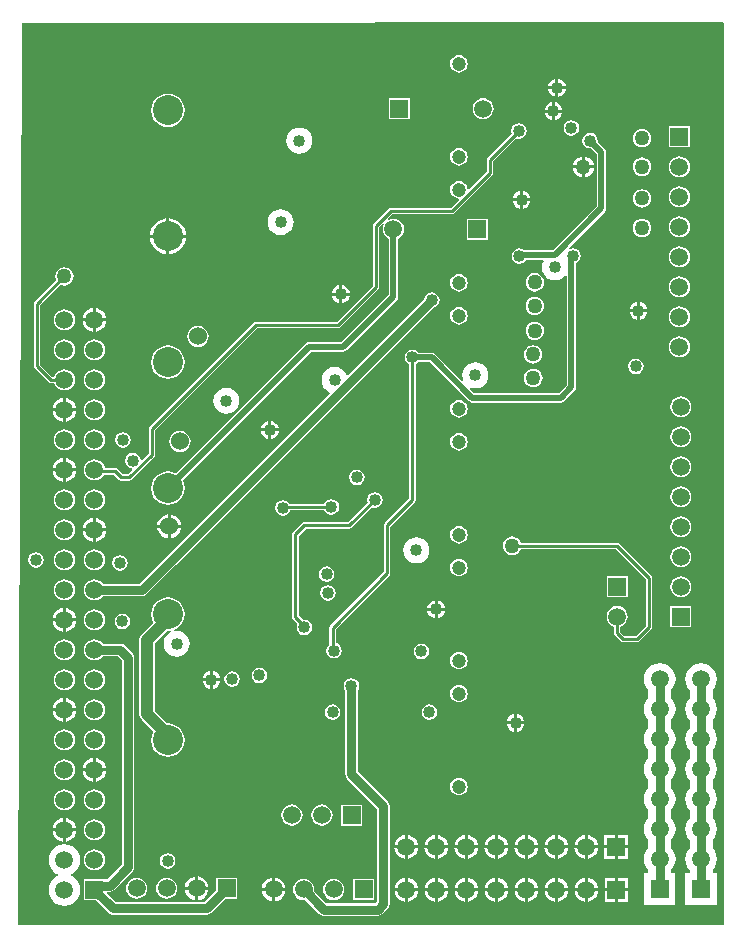
<source format=gtl>
G04*
G04 #@! TF.GenerationSoftware,Altium Limited,Altium Designer,23.8.1 (32)*
G04*
G04 Layer_Physical_Order=1*
G04 Layer_Color=255*
%FSLAX44Y44*%
%MOMM*%
G71*
G04*
G04 #@! TF.SameCoordinates,B3540FD7-C173-429B-8219-2738AE0D0CCA*
G04*
G04*
G04 #@! TF.FilePolarity,Positive*
G04*
G01*
G75*
%ADD12C,0.2540*%
%ADD21C,0.7620*%
%ADD22C,0.5080*%
%ADD23C,1.0160*%
%ADD24C,1.5000*%
%ADD25R,1.5000X1.5000*%
%ADD26C,1.1938*%
%ADD27C,2.5400*%
%ADD28R,1.5000X1.5000*%
%ADD29C,1.5240*%
%ADD30C,1.0160*%
%ADD31C,1.2700*%
G36*
X873574Y760353D02*
Y-3469D01*
X276304D01*
X275408Y-2569D01*
X279152Y760741D01*
X872675Y761251D01*
X873574Y760353D01*
D02*
G37*
%LPC*%
G36*
X649000Y733429D02*
X647077Y733176D01*
X645285Y732434D01*
X643747Y731254D01*
X642566Y729715D01*
X641824Y727923D01*
X641571Y726000D01*
X641824Y724077D01*
X642566Y722285D01*
X643747Y720747D01*
X645285Y719566D01*
X647077Y718824D01*
X649000Y718570D01*
X650923Y718824D01*
X652715Y719566D01*
X654253Y720747D01*
X655434Y722285D01*
X656176Y724077D01*
X656430Y726000D01*
X656176Y727923D01*
X655434Y729715D01*
X654253Y731254D01*
X652715Y732434D01*
X650923Y733176D01*
X649000Y733429D01*
D02*
G37*
G36*
X733270Y713359D02*
Y707110D01*
X739519D01*
X739424Y707829D01*
X738656Y709683D01*
X737435Y711275D01*
X735843Y712496D01*
X733989Y713264D01*
X733270Y713359D01*
D02*
G37*
G36*
X730730D02*
X730011Y713264D01*
X728157Y712496D01*
X726565Y711275D01*
X725344Y709683D01*
X724576Y707829D01*
X724481Y707110D01*
X730730D01*
Y713359D01*
D02*
G37*
G36*
X739519Y704570D02*
X733270D01*
Y698321D01*
X733989Y698416D01*
X735843Y699184D01*
X737435Y700405D01*
X738656Y701997D01*
X739424Y703851D01*
X739519Y704570D01*
D02*
G37*
G36*
X730730D02*
X724481D01*
X724576Y703851D01*
X725344Y701997D01*
X726565Y700405D01*
X728157Y699184D01*
X730011Y698416D01*
X730730Y698321D01*
Y704570D01*
D02*
G37*
G36*
X730270Y693519D02*
Y687270D01*
X736519D01*
X736424Y687989D01*
X735656Y689843D01*
X734435Y691435D01*
X732843Y692656D01*
X730989Y693424D01*
X730270Y693519D01*
D02*
G37*
G36*
X727730D02*
X727011Y693424D01*
X725157Y692656D01*
X723565Y691435D01*
X722344Y689843D01*
X721576Y687989D01*
X721481Y687270D01*
X727730D01*
Y693519D01*
D02*
G37*
G36*
X607397Y696897D02*
X589603D01*
Y679103D01*
X607397D01*
Y696897D01*
D02*
G37*
G36*
X669500Y696974D02*
X667178Y696668D01*
X665013Y695771D01*
X663155Y694345D01*
X661729Y692487D01*
X660832Y690323D01*
X660526Y688000D01*
X660832Y685677D01*
X661729Y683513D01*
X663155Y681655D01*
X665013Y680229D01*
X667178Y679332D01*
X669500Y679026D01*
X671823Y679332D01*
X673987Y680229D01*
X675845Y681655D01*
X677272Y683513D01*
X678168Y685677D01*
X678474Y688000D01*
X678168Y690323D01*
X677272Y692487D01*
X675845Y694345D01*
X673987Y695771D01*
X671823Y696668D01*
X669500Y696974D01*
D02*
G37*
G36*
X736519Y684730D02*
X730270D01*
Y678481D01*
X730989Y678576D01*
X732843Y679344D01*
X734435Y680565D01*
X735656Y682157D01*
X736424Y684011D01*
X736519Y684730D01*
D02*
G37*
G36*
X727730D02*
X721481D01*
X721576Y684011D01*
X722344Y682157D01*
X723565Y680565D01*
X725157Y679344D01*
X727011Y678576D01*
X727730Y678481D01*
Y684730D01*
D02*
G37*
G36*
X402620Y700849D02*
X398940Y700364D01*
X395511Y698944D01*
X392566Y696684D01*
X390306Y693739D01*
X388886Y690310D01*
X388401Y686630D01*
X388886Y682950D01*
X390306Y679521D01*
X392566Y676576D01*
X395511Y674316D01*
X398940Y672896D01*
X402620Y672411D01*
X406300Y672896D01*
X409729Y674316D01*
X412674Y676576D01*
X414934Y679521D01*
X416354Y682950D01*
X416839Y686630D01*
X416354Y690310D01*
X414934Y693739D01*
X412674Y696684D01*
X409729Y698944D01*
X406300Y700364D01*
X402620Y700849D01*
D02*
G37*
G36*
X744220Y678434D02*
X741693Y677931D01*
X739550Y676500D01*
X738119Y674357D01*
X737616Y671830D01*
X738119Y669303D01*
X739550Y667160D01*
X741693Y665729D01*
X744220Y665226D01*
X746747Y665729D01*
X748890Y667160D01*
X750321Y669303D01*
X750824Y671830D01*
X750321Y674357D01*
X748890Y676500D01*
X746747Y677931D01*
X744220Y678434D01*
D02*
G37*
G36*
X699770Y675894D02*
X697243Y675391D01*
X695100Y673960D01*
X693669Y671817D01*
X693166Y669290D01*
X693624Y666989D01*
X673522Y646887D01*
X672932Y646005D01*
X672725Y644965D01*
Y634706D01*
X657671Y619651D01*
X656330Y620106D01*
X656176Y621271D01*
X655434Y623063D01*
X654253Y624602D01*
X652715Y625782D01*
X650923Y626524D01*
X649000Y626777D01*
X647077Y626524D01*
X645285Y625782D01*
X643747Y624602D01*
X642566Y623063D01*
X641824Y621271D01*
X641571Y619348D01*
X641824Y617425D01*
X642566Y615633D01*
X643747Y614095D01*
X645285Y612914D01*
X647077Y612172D01*
X648242Y612018D01*
X648697Y610677D01*
X642111Y604091D01*
X591212D01*
X590171Y603884D01*
X589289Y603295D01*
X576899Y590905D01*
X576310Y590023D01*
X576103Y588982D01*
Y538083D01*
X545489Y507469D01*
X476810D01*
X475769Y507262D01*
X474887Y506673D01*
X387260Y419045D01*
X386670Y418163D01*
X386463Y417122D01*
Y396353D01*
X380768Y390658D01*
X379390Y391076D01*
X379101Y392527D01*
X377670Y394670D01*
X375527Y396101D01*
X373000Y396604D01*
X370473Y396101D01*
X368330Y394670D01*
X366899Y392527D01*
X366396Y390000D01*
X366899Y387473D01*
X368330Y385330D01*
X370473Y383899D01*
X371924Y383610D01*
X372342Y382232D01*
X368750Y378639D01*
X364346D01*
X360063Y382923D01*
X359181Y383512D01*
X358140Y383719D01*
X349174D01*
X349068Y384523D01*
X348172Y386687D01*
X346745Y388545D01*
X344887Y389972D01*
X342723Y390868D01*
X340400Y391174D01*
X338077Y390868D01*
X335913Y389972D01*
X334055Y388545D01*
X332629Y386687D01*
X331732Y384523D01*
X331426Y382200D01*
X331732Y379877D01*
X332629Y377713D01*
X334055Y375855D01*
X335913Y374428D01*
X338077Y373532D01*
X340400Y373226D01*
X342723Y373532D01*
X344887Y374428D01*
X346745Y375855D01*
X348172Y377713D01*
X348407Y378281D01*
X357014D01*
X361297Y373997D01*
X362179Y373408D01*
X363220Y373201D01*
X363220Y373201D01*
X369876D01*
X370916Y373408D01*
X371799Y373997D01*
X391105Y393304D01*
X391695Y394186D01*
X391902Y395227D01*
Y415996D01*
X477936Y502030D01*
X546615D01*
X547655Y502237D01*
X548538Y502827D01*
X580745Y535034D01*
X580745Y535034D01*
X581334Y535916D01*
X581542Y536957D01*
X581541Y536957D01*
Y587856D01*
X584482Y590796D01*
X585558Y590077D01*
X584832Y588323D01*
X584526Y586000D01*
X584832Y583677D01*
X585728Y581513D01*
X587154Y579655D01*
X589013Y578229D01*
X589486Y578033D01*
Y530392D01*
X549517Y490424D01*
X522356D01*
X520820Y490119D01*
X519518Y489248D01*
X409395Y379126D01*
X406300Y380408D01*
X402620Y380893D01*
X398940Y380408D01*
X395511Y378988D01*
X392566Y376728D01*
X390306Y373783D01*
X388886Y370354D01*
X388401Y366674D01*
X388886Y362994D01*
X390306Y359565D01*
X392566Y356620D01*
X395511Y354360D01*
X398940Y352940D01*
X402620Y352455D01*
X406300Y352940D01*
X409729Y354360D01*
X412674Y356620D01*
X414934Y359565D01*
X416354Y362994D01*
X416839Y366674D01*
X416354Y370354D01*
X415072Y373449D01*
X524019Y482396D01*
X551180D01*
X552716Y482701D01*
X554018Y483572D01*
X596338Y525891D01*
X597208Y527194D01*
X597514Y528730D01*
Y578033D01*
X597987Y578229D01*
X599845Y579655D01*
X601271Y581513D01*
X602168Y583677D01*
X602474Y586000D01*
X602168Y588323D01*
X601271Y590487D01*
X599845Y592346D01*
X597987Y593772D01*
X595822Y594668D01*
X593500Y594974D01*
X591177Y594668D01*
X589423Y593941D01*
X588704Y595018D01*
X592338Y598653D01*
X643237D01*
X644278Y598860D01*
X645160Y599449D01*
X677367Y631656D01*
X677367Y631657D01*
X677957Y632539D01*
X678164Y633579D01*
X678164Y633579D01*
Y643838D01*
X697469Y663144D01*
X699770Y662686D01*
X702297Y663189D01*
X704440Y664620D01*
X705871Y666763D01*
X706374Y669290D01*
X705871Y671817D01*
X704440Y673960D01*
X702297Y675391D01*
X699770Y675894D01*
D02*
G37*
G36*
X844557Y673107D02*
X826763D01*
Y655313D01*
X844557D01*
Y673107D01*
D02*
G37*
G36*
X804000Y670814D02*
X801978Y670548D01*
X800093Y669767D01*
X798475Y668525D01*
X797233Y666907D01*
X796452Y665022D01*
X796186Y663000D01*
X796452Y660978D01*
X797233Y659093D01*
X798475Y657475D01*
X800093Y656233D01*
X801978Y655452D01*
X804000Y655186D01*
X806022Y655452D01*
X807907Y656233D01*
X809525Y657475D01*
X810767Y659093D01*
X811548Y660978D01*
X811814Y663000D01*
X811548Y665022D01*
X810767Y666907D01*
X809525Y668525D01*
X807907Y669767D01*
X806022Y670548D01*
X804000Y670814D01*
D02*
G37*
G36*
X514000Y672016D02*
X511149Y671641D01*
X508492Y670540D01*
X506210Y668790D01*
X504460Y666508D01*
X503359Y663851D01*
X502984Y661000D01*
X503359Y658149D01*
X504460Y655492D01*
X506210Y653210D01*
X508492Y651460D01*
X511149Y650359D01*
X514000Y649984D01*
X516851Y650359D01*
X519508Y651460D01*
X521790Y653210D01*
X523540Y655492D01*
X524641Y658149D01*
X525016Y661000D01*
X524641Y663851D01*
X523540Y666508D01*
X521790Y668790D01*
X519508Y670540D01*
X516851Y671641D01*
X514000Y672016D01*
D02*
G37*
G36*
X755650Y647609D02*
Y640080D01*
X763179D01*
X763041Y641131D01*
X762145Y643293D01*
X760720Y645150D01*
X758863Y646575D01*
X756701Y647471D01*
X755650Y647609D01*
D02*
G37*
G36*
X753110D02*
X752059Y647471D01*
X749897Y646575D01*
X748040Y645150D01*
X746615Y643293D01*
X745719Y641131D01*
X745581Y640080D01*
X753110D01*
Y647609D01*
D02*
G37*
G36*
X649000Y654689D02*
X647077Y654436D01*
X645285Y653694D01*
X643747Y652514D01*
X642566Y650975D01*
X641824Y649183D01*
X641571Y647260D01*
X641824Y645337D01*
X642566Y643545D01*
X643747Y642007D01*
X645285Y640826D01*
X647077Y640084D01*
X649000Y639830D01*
X650923Y640084D01*
X652715Y640826D01*
X654253Y642007D01*
X655434Y643545D01*
X656176Y645337D01*
X656430Y647260D01*
X656176Y649183D01*
X655434Y650975D01*
X654253Y652514D01*
X652715Y653694D01*
X650923Y654436D01*
X649000Y654689D01*
D02*
G37*
G36*
X804000Y646814D02*
X801978Y646548D01*
X800093Y645767D01*
X798475Y644525D01*
X797233Y642907D01*
X796452Y641022D01*
X796186Y639000D01*
X796452Y636978D01*
X797233Y635093D01*
X798475Y633475D01*
X800093Y632233D01*
X801978Y631452D01*
X804000Y631186D01*
X806022Y631452D01*
X807907Y632233D01*
X809525Y633475D01*
X810767Y635093D01*
X811548Y636978D01*
X811814Y639000D01*
X811548Y641022D01*
X810767Y642907D01*
X809525Y644525D01*
X807907Y645767D01*
X806022Y646548D01*
X804000Y646814D01*
D02*
G37*
G36*
X763179Y637540D02*
X755650D01*
Y630010D01*
X756701Y630149D01*
X758863Y631045D01*
X760720Y632470D01*
X762145Y634327D01*
X763041Y636489D01*
X763179Y637540D01*
D02*
G37*
G36*
X753110D02*
X745581D01*
X745719Y636489D01*
X746615Y634327D01*
X748040Y632470D01*
X749897Y631045D01*
X752059Y630149D01*
X753110Y630010D01*
Y637540D01*
D02*
G37*
G36*
X835660Y647784D02*
X833337Y647478D01*
X831173Y646581D01*
X829315Y645155D01*
X827888Y643297D01*
X826992Y641133D01*
X826686Y638810D01*
X826992Y636487D01*
X827888Y634323D01*
X829315Y632465D01*
X831173Y631039D01*
X833337Y630142D01*
X835660Y629836D01*
X837983Y630142D01*
X840147Y631039D01*
X842005Y632465D01*
X843431Y634323D01*
X844328Y636487D01*
X844634Y638810D01*
X844328Y641133D01*
X843431Y643297D01*
X842005Y645155D01*
X840147Y646581D01*
X837983Y647478D01*
X835660Y647784D01*
D02*
G37*
G36*
X703270Y618519D02*
Y612270D01*
X709519D01*
X709424Y612989D01*
X708656Y614843D01*
X707435Y616435D01*
X705843Y617656D01*
X703989Y618424D01*
X703270Y618519D01*
D02*
G37*
G36*
X700730D02*
X700011Y618424D01*
X698157Y617656D01*
X696565Y616435D01*
X695344Y614843D01*
X694576Y612989D01*
X694481Y612270D01*
X700730D01*
Y618519D01*
D02*
G37*
G36*
X835660Y622384D02*
X833337Y622078D01*
X831173Y621181D01*
X829315Y619755D01*
X827888Y617897D01*
X826992Y615733D01*
X826686Y613410D01*
X826992Y611087D01*
X827888Y608923D01*
X829315Y607065D01*
X831173Y605639D01*
X833337Y604742D01*
X835660Y604436D01*
X837983Y604742D01*
X840147Y605639D01*
X842005Y607065D01*
X843431Y608923D01*
X844328Y611087D01*
X844634Y613410D01*
X844328Y615733D01*
X843431Y617897D01*
X842005Y619755D01*
X840147Y621181D01*
X837983Y622078D01*
X835660Y622384D01*
D02*
G37*
G36*
X804000Y619814D02*
X801978Y619548D01*
X800093Y618767D01*
X798475Y617525D01*
X797233Y615907D01*
X796452Y614022D01*
X796186Y612000D01*
X796452Y609978D01*
X797233Y608093D01*
X798475Y606475D01*
X800093Y605233D01*
X801978Y604452D01*
X804000Y604186D01*
X806022Y604452D01*
X807907Y605233D01*
X809525Y606475D01*
X810767Y608093D01*
X811548Y609978D01*
X811814Y612000D01*
X811548Y614022D01*
X810767Y615907D01*
X809525Y617525D01*
X807907Y618767D01*
X806022Y619548D01*
X804000Y619814D01*
D02*
G37*
G36*
X709519Y609730D02*
X703270D01*
Y603481D01*
X703989Y603576D01*
X705843Y604344D01*
X707435Y605565D01*
X708656Y607157D01*
X709424Y609011D01*
X709519Y609730D01*
D02*
G37*
G36*
X700730D02*
X694481D01*
X694576Y609011D01*
X695344Y607157D01*
X696565Y605565D01*
X698157Y604344D01*
X700011Y603576D01*
X700730Y603481D01*
Y609730D01*
D02*
G37*
G36*
X403890Y595167D02*
Y581248D01*
X417809D01*
X417640Y582966D01*
X416768Y585838D01*
X415353Y588486D01*
X413448Y590806D01*
X411128Y592711D01*
X408480Y594126D01*
X405608Y594997D01*
X403890Y595167D01*
D02*
G37*
G36*
X401350D02*
X399632Y594997D01*
X396760Y594126D01*
X394112Y592711D01*
X391792Y590806D01*
X389887Y588486D01*
X388472Y585838D01*
X387601Y582966D01*
X387431Y581248D01*
X401350D01*
Y595167D01*
D02*
G37*
G36*
X498000Y603016D02*
X495149Y602641D01*
X492492Y601540D01*
X490210Y599790D01*
X488460Y597508D01*
X487359Y594851D01*
X486984Y592000D01*
X487359Y589149D01*
X488460Y586492D01*
X490210Y584210D01*
X492492Y582460D01*
X495149Y581359D01*
X498000Y580984D01*
X500851Y581359D01*
X503508Y582460D01*
X505790Y584210D01*
X507540Y586492D01*
X508641Y589149D01*
X509016Y592000D01*
X508641Y594851D01*
X507540Y597508D01*
X505790Y599790D01*
X503508Y601540D01*
X500851Y602641D01*
X498000Y603016D01*
D02*
G37*
G36*
X804000Y594814D02*
X801978Y594548D01*
X800093Y593767D01*
X798475Y592525D01*
X797233Y590907D01*
X796452Y589022D01*
X796186Y587000D01*
X796452Y584978D01*
X797233Y583093D01*
X798475Y581475D01*
X800093Y580233D01*
X801978Y579452D01*
X804000Y579186D01*
X806022Y579452D01*
X807907Y580233D01*
X809525Y581475D01*
X810767Y583093D01*
X811548Y584978D01*
X811814Y587000D01*
X811548Y589022D01*
X810767Y590907D01*
X809525Y592525D01*
X807907Y593767D01*
X806022Y594548D01*
X804000Y594814D01*
D02*
G37*
G36*
X835660Y596984D02*
X833337Y596678D01*
X831173Y595782D01*
X829315Y594355D01*
X827888Y592497D01*
X826992Y590333D01*
X826686Y588010D01*
X826992Y585687D01*
X827888Y583523D01*
X829315Y581665D01*
X831173Y580238D01*
X833337Y579342D01*
X835660Y579036D01*
X837983Y579342D01*
X840147Y580238D01*
X842005Y581665D01*
X843431Y583523D01*
X844328Y585687D01*
X844634Y588010D01*
X844328Y590333D01*
X843431Y592497D01*
X842005Y594355D01*
X840147Y595782D01*
X837983Y596678D01*
X835660Y596984D01*
D02*
G37*
G36*
X673397Y594897D02*
X655603D01*
Y577103D01*
X673397D01*
Y594897D01*
D02*
G37*
G36*
X760000Y667604D02*
X757473Y667101D01*
X755330Y665670D01*
X753899Y663527D01*
X753396Y661000D01*
X753899Y658473D01*
X755330Y656330D01*
X757473Y654899D01*
X760000Y654396D01*
X760773Y654550D01*
X765606Y649717D01*
Y605283D01*
X728624Y568300D01*
X704035D01*
X702651Y569225D01*
X700124Y569728D01*
X697597Y569225D01*
X695454Y567794D01*
X694023Y565651D01*
X693520Y563124D01*
X694023Y560597D01*
X695454Y558454D01*
X697597Y557023D01*
X700124Y556520D01*
X702651Y557023D01*
X704794Y558454D01*
X706008Y560272D01*
X720094D01*
X720616Y559002D01*
X719609Y556571D01*
X719234Y553720D01*
X719609Y550869D01*
X720710Y548212D01*
X722460Y545930D01*
X724742Y544180D01*
X727399Y543079D01*
X730250Y542704D01*
X733101Y543079D01*
X735758Y544180D01*
X738040Y545930D01*
X738936Y547098D01*
X740206Y546667D01*
Y453783D01*
X733667Y447244D01*
X662063D01*
X658302Y451004D01*
X659022Y452081D01*
X660089Y451639D01*
X662940Y451264D01*
X665791Y451639D01*
X668448Y452740D01*
X670730Y454490D01*
X672480Y456772D01*
X673581Y459429D01*
X673956Y462280D01*
X673581Y465131D01*
X672480Y467788D01*
X670730Y470070D01*
X668448Y471820D01*
X665791Y472921D01*
X662940Y473296D01*
X660089Y472921D01*
X657432Y471820D01*
X655150Y470070D01*
X653400Y467788D01*
X652299Y465131D01*
X651924Y462280D01*
X652299Y459429D01*
X652741Y458362D01*
X651664Y457642D01*
X628948Y480358D01*
X627646Y481229D01*
X626110Y481534D01*
X614708D01*
X614270Y482190D01*
X612127Y483621D01*
X609600Y484124D01*
X607073Y483621D01*
X604930Y482190D01*
X603499Y480047D01*
X602996Y477520D01*
X603499Y474993D01*
X604930Y472850D01*
X606881Y471547D01*
Y357996D01*
X586087Y337203D01*
X585498Y336321D01*
X585291Y335280D01*
Y295766D01*
X540149Y250625D01*
X539560Y249743D01*
X539353Y248702D01*
Y234370D01*
X538634Y233890D01*
X537203Y231747D01*
X536700Y229220D01*
X537203Y226693D01*
X538634Y224550D01*
X540777Y223119D01*
X543304Y222616D01*
X545831Y223119D01*
X547974Y224550D01*
X549405Y226693D01*
X549908Y229220D01*
X549405Y231747D01*
X547974Y233890D01*
X545831Y235321D01*
X544791Y235528D01*
Y247576D01*
X589933Y292717D01*
X590522Y293599D01*
X590729Y294640D01*
Y334154D01*
X611523Y354947D01*
X611523Y354947D01*
X612112Y355829D01*
X612319Y356870D01*
X612319Y356870D01*
Y471547D01*
X614270Y472850D01*
X614708Y473506D01*
X624447D01*
X657562Y440392D01*
X658864Y439521D01*
X660400Y439216D01*
X735330D01*
X736866Y439521D01*
X738168Y440392D01*
X747058Y449282D01*
X747929Y450584D01*
X748234Y452120D01*
Y557373D01*
X750331Y558773D01*
X751762Y560916D01*
X752265Y563443D01*
X751762Y565970D01*
X750331Y568113D01*
X748188Y569544D01*
X745661Y570047D01*
X743134Y569544D01*
X742783Y569310D01*
X741973Y570296D01*
X772458Y600782D01*
X773329Y602084D01*
X773634Y603620D01*
Y651380D01*
X773329Y652916D01*
X772458Y654218D01*
X766450Y660227D01*
X766604Y661000D01*
X766101Y663527D01*
X764670Y665670D01*
X762527Y667101D01*
X760000Y667604D01*
D02*
G37*
G36*
X417809Y578708D02*
X403890D01*
Y564789D01*
X405608Y564958D01*
X408480Y565830D01*
X411128Y567245D01*
X413448Y569150D01*
X415353Y571470D01*
X416768Y574118D01*
X417640Y576990D01*
X417809Y578708D01*
D02*
G37*
G36*
X401350D02*
X387431D01*
X387601Y576990D01*
X388472Y574118D01*
X389887Y571470D01*
X391792Y569150D01*
X394112Y567245D01*
X396760Y565830D01*
X399632Y564958D01*
X401350Y564789D01*
Y578708D01*
D02*
G37*
G36*
X835660Y571584D02*
X833337Y571278D01*
X831173Y570382D01*
X829315Y568955D01*
X827888Y567097D01*
X826992Y564933D01*
X826686Y562610D01*
X826992Y560287D01*
X827888Y558123D01*
X829315Y556265D01*
X831173Y554838D01*
X833337Y553942D01*
X835660Y553636D01*
X837983Y553942D01*
X840147Y554838D01*
X842005Y556265D01*
X843431Y558123D01*
X844328Y560287D01*
X844634Y562610D01*
X844328Y564933D01*
X843431Y567097D01*
X842005Y568955D01*
X840147Y570382D01*
X837983Y571278D01*
X835660Y571584D01*
D02*
G37*
G36*
X315000Y553814D02*
X312978Y553548D01*
X311093Y552767D01*
X309475Y551525D01*
X308233Y549907D01*
X307452Y548022D01*
X307186Y546000D01*
X307452Y543978D01*
X307944Y542790D01*
X290077Y524923D01*
X289488Y524041D01*
X289281Y523000D01*
Y470000D01*
X289488Y468959D01*
X290077Y468077D01*
X301677Y456477D01*
X301677Y456477D01*
X302559Y455888D01*
X303600Y455681D01*
X306496D01*
X307229Y453913D01*
X308655Y452055D01*
X310513Y450629D01*
X312677Y449732D01*
X315000Y449426D01*
X317323Y449732D01*
X319487Y450629D01*
X321345Y452055D01*
X322771Y453913D01*
X323668Y456077D01*
X323974Y458400D01*
X323668Y460723D01*
X322771Y462887D01*
X321345Y464745D01*
X319487Y466171D01*
X317323Y467068D01*
X315000Y467374D01*
X312677Y467068D01*
X310513Y466171D01*
X308655Y464745D01*
X307229Y462887D01*
X306496Y461119D01*
X304726D01*
X294719Y471126D01*
Y521874D01*
X311790Y538944D01*
X312978Y538452D01*
X315000Y538186D01*
X317022Y538452D01*
X318907Y539233D01*
X320525Y540475D01*
X321767Y542093D01*
X322548Y543978D01*
X322814Y546000D01*
X322548Y548022D01*
X321767Y549907D01*
X320525Y551525D01*
X318907Y552767D01*
X317022Y553548D01*
X315000Y553814D01*
D02*
G37*
G36*
X713287Y548814D02*
X711265Y548548D01*
X709380Y547767D01*
X707762Y546525D01*
X706520Y544907D01*
X705739Y543022D01*
X705473Y541000D01*
X705739Y538978D01*
X706520Y537093D01*
X707762Y535475D01*
X709380Y534233D01*
X711265Y533452D01*
X713287Y533186D01*
X715309Y533452D01*
X717194Y534233D01*
X718812Y535475D01*
X720054Y537093D01*
X720835Y538978D01*
X721101Y541000D01*
X720835Y543022D01*
X720054Y544907D01*
X718812Y546525D01*
X717194Y547767D01*
X715309Y548548D01*
X713287Y548814D01*
D02*
G37*
G36*
X649000Y548037D02*
X647077Y547784D01*
X645285Y547042D01*
X643747Y545862D01*
X642566Y544323D01*
X641824Y542531D01*
X641571Y540608D01*
X641824Y538685D01*
X642566Y536893D01*
X643747Y535354D01*
X645285Y534174D01*
X647077Y533432D01*
X649000Y533178D01*
X650923Y533432D01*
X652715Y534174D01*
X654253Y535354D01*
X655434Y536893D01*
X656176Y538685D01*
X656430Y540608D01*
X656176Y542531D01*
X655434Y544323D01*
X654253Y545862D01*
X652715Y547042D01*
X650923Y547784D01*
X649000Y548037D01*
D02*
G37*
G36*
X550270Y538519D02*
Y532270D01*
X556519D01*
X556424Y532989D01*
X555656Y534843D01*
X554435Y536435D01*
X552843Y537656D01*
X550989Y538424D01*
X550270Y538519D01*
D02*
G37*
G36*
X547730D02*
X547011Y538424D01*
X545157Y537656D01*
X543565Y536435D01*
X542344Y534843D01*
X541576Y532989D01*
X541481Y532270D01*
X547730D01*
Y538519D01*
D02*
G37*
G36*
X835660Y546184D02*
X833337Y545878D01*
X831173Y544981D01*
X829315Y543555D01*
X827888Y541697D01*
X826992Y539533D01*
X826686Y537210D01*
X826992Y534887D01*
X827888Y532723D01*
X829315Y530865D01*
X831173Y529439D01*
X833337Y528542D01*
X835660Y528236D01*
X837983Y528542D01*
X840147Y529439D01*
X842005Y530865D01*
X843431Y532723D01*
X844328Y534887D01*
X844634Y537210D01*
X844328Y539533D01*
X843431Y541697D01*
X842005Y543555D01*
X840147Y544981D01*
X837983Y545878D01*
X835660Y546184D01*
D02*
G37*
G36*
X556519Y529730D02*
X550270D01*
Y523481D01*
X550989Y523576D01*
X552843Y524344D01*
X554435Y525565D01*
X555656Y527157D01*
X556424Y529011D01*
X556519Y529730D01*
D02*
G37*
G36*
X547730D02*
X541481D01*
X541576Y529011D01*
X542344Y527157D01*
X543565Y525565D01*
X545157Y524344D01*
X547011Y523576D01*
X547730Y523481D01*
Y529730D01*
D02*
G37*
G36*
X802270Y524519D02*
Y518270D01*
X808519D01*
X808424Y518989D01*
X807656Y520843D01*
X806435Y522435D01*
X804843Y523656D01*
X802989Y524424D01*
X802270Y524519D01*
D02*
G37*
G36*
X799730D02*
X799011Y524424D01*
X797157Y523656D01*
X795565Y522435D01*
X794344Y520843D01*
X793576Y518989D01*
X793481Y518270D01*
X799730D01*
Y524519D01*
D02*
G37*
G36*
X713287Y528814D02*
X711265Y528548D01*
X709380Y527767D01*
X707762Y526525D01*
X706520Y524907D01*
X705739Y523022D01*
X705473Y521000D01*
X705739Y518978D01*
X706520Y517093D01*
X707762Y515475D01*
X709380Y514233D01*
X711265Y513452D01*
X713287Y513186D01*
X715309Y513452D01*
X717194Y514233D01*
X718812Y515475D01*
X720054Y517093D01*
X720835Y518978D01*
X721101Y521000D01*
X720835Y523022D01*
X720054Y524907D01*
X718812Y526525D01*
X717194Y527767D01*
X715309Y528548D01*
X713287Y528814D01*
D02*
G37*
G36*
X341670Y519159D02*
Y510470D01*
X350359D01*
X350182Y511821D01*
X349170Y514263D01*
X347561Y516361D01*
X345463Y517970D01*
X343021Y518982D01*
X341670Y519159D01*
D02*
G37*
G36*
X339130D02*
X337779Y518982D01*
X335337Y517970D01*
X333239Y516361D01*
X331630Y514263D01*
X330618Y511821D01*
X330441Y510470D01*
X339130D01*
Y519159D01*
D02*
G37*
G36*
X808519Y515730D02*
X802270D01*
Y509481D01*
X802989Y509576D01*
X804843Y510344D01*
X806435Y511565D01*
X807656Y513157D01*
X808424Y515011D01*
X808519Y515730D01*
D02*
G37*
G36*
X799730D02*
X793481D01*
X793576Y515011D01*
X794344Y513157D01*
X795565Y511565D01*
X797157Y510344D01*
X799011Y509576D01*
X799730Y509481D01*
Y515730D01*
D02*
G37*
G36*
X649000Y520126D02*
X647077Y519872D01*
X645285Y519130D01*
X643747Y517949D01*
X642566Y516411D01*
X641824Y514619D01*
X641571Y512696D01*
X641824Y510773D01*
X642566Y508981D01*
X643747Y507443D01*
X645285Y506262D01*
X647077Y505520D01*
X649000Y505266D01*
X650923Y505520D01*
X652715Y506262D01*
X654253Y507443D01*
X655434Y508981D01*
X656176Y510773D01*
X656430Y512696D01*
X656176Y514619D01*
X655434Y516411D01*
X654253Y517949D01*
X652715Y519130D01*
X650923Y519872D01*
X649000Y520126D01*
D02*
G37*
G36*
X835660Y520784D02*
X833337Y520478D01*
X831173Y519581D01*
X829315Y518155D01*
X827888Y516297D01*
X826992Y514133D01*
X826686Y511810D01*
X826992Y509487D01*
X827888Y507323D01*
X829315Y505465D01*
X831173Y504039D01*
X833337Y503142D01*
X835660Y502836D01*
X837983Y503142D01*
X840147Y504039D01*
X842005Y505465D01*
X843431Y507323D01*
X844328Y509487D01*
X844634Y511810D01*
X844328Y514133D01*
X843431Y516297D01*
X842005Y518155D01*
X840147Y519581D01*
X837983Y520478D01*
X835660Y520784D01*
D02*
G37*
G36*
X315000Y518174D02*
X312677Y517868D01*
X310513Y516972D01*
X308655Y515545D01*
X307229Y513687D01*
X306332Y511523D01*
X306026Y509200D01*
X306332Y506877D01*
X307229Y504713D01*
X308655Y502855D01*
X310513Y501428D01*
X312677Y500532D01*
X315000Y500226D01*
X317323Y500532D01*
X319487Y501428D01*
X321345Y502855D01*
X322771Y504713D01*
X323668Y506877D01*
X323974Y509200D01*
X323668Y511523D01*
X322771Y513687D01*
X321345Y515545D01*
X319487Y516972D01*
X317323Y517868D01*
X315000Y518174D01*
D02*
G37*
G36*
X350359Y507930D02*
X341670D01*
Y499241D01*
X343021Y499418D01*
X345463Y500430D01*
X347561Y502039D01*
X349170Y504137D01*
X350182Y506579D01*
X350359Y507930D01*
D02*
G37*
G36*
X339130D02*
X330441D01*
X330618Y506579D01*
X331630Y504137D01*
X333239Y502039D01*
X335337Y500430D01*
X337779Y499418D01*
X339130Y499241D01*
Y507930D01*
D02*
G37*
G36*
X713287Y507814D02*
X711265Y507548D01*
X709380Y506767D01*
X707762Y505525D01*
X706520Y503907D01*
X705739Y502022D01*
X705473Y500000D01*
X705739Y497978D01*
X706520Y496093D01*
X707762Y494475D01*
X709380Y493233D01*
X711265Y492452D01*
X713287Y492186D01*
X715309Y492452D01*
X717194Y493233D01*
X718812Y494475D01*
X720054Y496093D01*
X720835Y497978D01*
X721101Y500000D01*
X720835Y502022D01*
X720054Y503907D01*
X718812Y505525D01*
X717194Y506767D01*
X715309Y507548D01*
X713287Y507814D01*
D02*
G37*
G36*
X427990Y504395D02*
X425636Y504085D01*
X423443Y503176D01*
X421559Y501731D01*
X420114Y499847D01*
X419205Y497654D01*
X418895Y495300D01*
X419205Y492946D01*
X420114Y490753D01*
X421559Y488869D01*
X423443Y487424D01*
X425636Y486515D01*
X427990Y486205D01*
X430344Y486515D01*
X432537Y487424D01*
X434421Y488869D01*
X435866Y490753D01*
X436775Y492946D01*
X437085Y495300D01*
X436775Y497654D01*
X435866Y499847D01*
X434421Y501731D01*
X432537Y503176D01*
X430344Y504085D01*
X427990Y504395D01*
D02*
G37*
G36*
X835660Y495384D02*
X833337Y495078D01*
X831173Y494182D01*
X829315Y492755D01*
X827888Y490897D01*
X826992Y488733D01*
X826686Y486410D01*
X826992Y484087D01*
X827888Y481923D01*
X829315Y480065D01*
X831173Y478638D01*
X833337Y477742D01*
X835660Y477436D01*
X837983Y477742D01*
X840147Y478638D01*
X842005Y480065D01*
X843431Y481923D01*
X844328Y484087D01*
X844634Y486410D01*
X844328Y488733D01*
X843431Y490897D01*
X842005Y492755D01*
X840147Y494182D01*
X837983Y495078D01*
X835660Y495384D01*
D02*
G37*
G36*
X340400Y492774D02*
X338077Y492468D01*
X335913Y491572D01*
X334055Y490145D01*
X332629Y488287D01*
X331732Y486123D01*
X331426Y483800D01*
X331732Y481477D01*
X332629Y479313D01*
X334055Y477455D01*
X335913Y476029D01*
X338077Y475132D01*
X340400Y474826D01*
X342723Y475132D01*
X344887Y476029D01*
X346745Y477455D01*
X348172Y479313D01*
X349068Y481477D01*
X349374Y483800D01*
X349068Y486123D01*
X348172Y488287D01*
X346745Y490145D01*
X344887Y491572D01*
X342723Y492468D01*
X340400Y492774D01*
D02*
G37*
G36*
X315000D02*
X312677Y492468D01*
X310513Y491572D01*
X308655Y490145D01*
X307229Y488287D01*
X306332Y486123D01*
X306026Y483800D01*
X306332Y481477D01*
X307229Y479313D01*
X308655Y477455D01*
X310513Y476029D01*
X312677Y475132D01*
X315000Y474826D01*
X317323Y475132D01*
X319487Y476029D01*
X321345Y477455D01*
X322771Y479313D01*
X323668Y481477D01*
X323974Y483800D01*
X323668Y486123D01*
X322771Y488287D01*
X321345Y490145D01*
X319487Y491572D01*
X317323Y492468D01*
X315000Y492774D01*
D02*
G37*
G36*
X711779Y487783D02*
X709757Y487517D01*
X707872Y486736D01*
X706254Y485494D01*
X705012Y483876D01*
X704231Y481991D01*
X703965Y479969D01*
X704231Y477947D01*
X705012Y476062D01*
X706254Y474444D01*
X707872Y473202D01*
X709757Y472421D01*
X711779Y472155D01*
X713801Y472421D01*
X715686Y473202D01*
X717304Y474444D01*
X718546Y476062D01*
X719327Y477947D01*
X719593Y479969D01*
X719327Y481991D01*
X718546Y483876D01*
X717304Y485494D01*
X715686Y486736D01*
X713801Y487517D01*
X711779Y487783D01*
D02*
G37*
G36*
X798869Y476488D02*
X796342Y475985D01*
X794199Y474553D01*
X792768Y472411D01*
X792265Y469884D01*
X792768Y467356D01*
X794199Y465214D01*
X796342Y463783D01*
X798869Y463280D01*
X801396Y463783D01*
X803539Y465214D01*
X804970Y467356D01*
X805473Y469884D01*
X804970Y472411D01*
X803539Y474553D01*
X801396Y475985D01*
X798869Y476488D01*
D02*
G37*
G36*
X626000Y532604D02*
X623473Y532101D01*
X621330Y530670D01*
X619899Y528527D01*
X619621Y527129D01*
X554971Y462479D01*
X553725Y462726D01*
X553281Y463797D01*
X551531Y466079D01*
X549249Y467829D01*
X546592Y468930D01*
X543741Y469305D01*
X540890Y468930D01*
X538233Y467829D01*
X535951Y466079D01*
X534201Y463797D01*
X533100Y461140D01*
X532725Y458289D01*
X533100Y455438D01*
X534201Y452781D01*
X535951Y450499D01*
X538233Y448749D01*
X539304Y448305D01*
X539551Y447060D01*
X401719Y309227D01*
X378401Y285909D01*
X347541D01*
X346745Y286945D01*
X344887Y288372D01*
X342723Y289268D01*
X340400Y289574D01*
X338077Y289268D01*
X335913Y288372D01*
X334055Y286945D01*
X332629Y285087D01*
X331732Y282923D01*
X331426Y280600D01*
X331732Y278277D01*
X332629Y276113D01*
X334055Y274255D01*
X335913Y272829D01*
X338077Y271932D01*
X340400Y271626D01*
X342723Y271932D01*
X344887Y272829D01*
X346745Y274255D01*
X347541Y275291D01*
X380600D01*
X380600Y275291D01*
X382632Y275695D01*
X384354Y276846D01*
X409227Y301719D01*
X627129Y519621D01*
X628527Y519899D01*
X630670Y521330D01*
X632101Y523473D01*
X632604Y526000D01*
X632101Y528527D01*
X630670Y530670D01*
X628527Y532101D01*
X626000Y532604D01*
D02*
G37*
G36*
X402620Y487545D02*
X398940Y487060D01*
X395511Y485640D01*
X392566Y483380D01*
X390306Y480435D01*
X388886Y477006D01*
X388401Y473326D01*
X388886Y469646D01*
X390306Y466217D01*
X392566Y463272D01*
X395511Y461012D01*
X398940Y459592D01*
X402620Y459107D01*
X406300Y459592D01*
X409729Y461012D01*
X412674Y463272D01*
X414934Y466217D01*
X416354Y469646D01*
X416839Y473326D01*
X416354Y477006D01*
X414934Y480435D01*
X412674Y483380D01*
X409729Y485640D01*
X406300Y487060D01*
X402620Y487545D01*
D02*
G37*
G36*
X712000Y467814D02*
X709978Y467548D01*
X708093Y466767D01*
X706475Y465525D01*
X705233Y463907D01*
X704452Y462022D01*
X704186Y460000D01*
X704452Y457978D01*
X705233Y456093D01*
X706475Y454475D01*
X708093Y453233D01*
X709978Y452452D01*
X712000Y452186D01*
X714022Y452452D01*
X715907Y453233D01*
X717525Y454475D01*
X718767Y456093D01*
X719548Y457978D01*
X719814Y460000D01*
X719548Y462022D01*
X718767Y463907D01*
X717525Y465525D01*
X715907Y466767D01*
X714022Y467548D01*
X712000Y467814D01*
D02*
G37*
G36*
X340400Y467374D02*
X338077Y467068D01*
X335913Y466171D01*
X334055Y464745D01*
X332629Y462887D01*
X331732Y460723D01*
X331426Y458400D01*
X331732Y456077D01*
X332629Y453913D01*
X334055Y452055D01*
X335913Y450629D01*
X338077Y449732D01*
X340400Y449426D01*
X342723Y449732D01*
X344887Y450629D01*
X346745Y452055D01*
X348172Y453913D01*
X349068Y456077D01*
X349374Y458400D01*
X349068Y460723D01*
X348172Y462887D01*
X346745Y464745D01*
X344887Y466171D01*
X342723Y467068D01*
X340400Y467374D01*
D02*
G37*
G36*
X316270Y442959D02*
Y434270D01*
X324959D01*
X324782Y435621D01*
X323770Y438063D01*
X322161Y440161D01*
X320063Y441770D01*
X317621Y442782D01*
X316270Y442959D01*
D02*
G37*
G36*
X313730D02*
X312379Y442782D01*
X309937Y441770D01*
X307839Y440161D01*
X306230Y438063D01*
X305218Y435621D01*
X305041Y434270D01*
X313730D01*
Y442959D01*
D02*
G37*
G36*
X452120Y451706D02*
X449269Y451331D01*
X446612Y450230D01*
X444330Y448480D01*
X442580Y446198D01*
X441479Y443541D01*
X441104Y440690D01*
X441479Y437839D01*
X442580Y435182D01*
X444330Y432900D01*
X446612Y431150D01*
X449269Y430049D01*
X452120Y429674D01*
X454971Y430049D01*
X457628Y431150D01*
X459910Y432900D01*
X461660Y435182D01*
X462761Y437839D01*
X463136Y440690D01*
X462761Y443541D01*
X461660Y446198D01*
X459910Y448480D01*
X457628Y450230D01*
X454971Y451331D01*
X452120Y451706D01*
D02*
G37*
G36*
X836930Y444584D02*
X834607Y444278D01*
X832443Y443382D01*
X830585Y441955D01*
X829158Y440097D01*
X828262Y437933D01*
X827956Y435610D01*
X828262Y433287D01*
X829158Y431123D01*
X830585Y429265D01*
X832443Y427839D01*
X834607Y426942D01*
X836930Y426636D01*
X839253Y426942D01*
X841417Y427839D01*
X843275Y429265D01*
X844702Y431123D01*
X845598Y433287D01*
X845904Y435610D01*
X845598Y437933D01*
X844702Y440097D01*
X843275Y441955D01*
X841417Y443382D01*
X839253Y444278D01*
X836930Y444584D01*
D02*
G37*
G36*
X649000Y441386D02*
X647077Y441132D01*
X645285Y440390D01*
X643747Y439210D01*
X642566Y437671D01*
X641824Y435879D01*
X641571Y433956D01*
X641824Y432033D01*
X642566Y430241D01*
X643747Y428703D01*
X645285Y427522D01*
X647077Y426780D01*
X649000Y426526D01*
X650923Y426780D01*
X652715Y427522D01*
X654253Y428703D01*
X655434Y430241D01*
X656176Y432033D01*
X656430Y433956D01*
X656176Y435879D01*
X655434Y437671D01*
X654253Y439210D01*
X652715Y440390D01*
X650923Y441132D01*
X649000Y441386D01*
D02*
G37*
G36*
X340400Y441974D02*
X338077Y441668D01*
X335913Y440771D01*
X334055Y439345D01*
X332629Y437487D01*
X331732Y435323D01*
X331426Y433000D01*
X331732Y430677D01*
X332629Y428513D01*
X334055Y426655D01*
X335913Y425229D01*
X338077Y424332D01*
X340400Y424026D01*
X342723Y424332D01*
X344887Y425229D01*
X346745Y426655D01*
X348172Y428513D01*
X349068Y430677D01*
X349374Y433000D01*
X349068Y435323D01*
X348172Y437487D01*
X346745Y439345D01*
X344887Y440771D01*
X342723Y441668D01*
X340400Y441974D01*
D02*
G37*
G36*
X324959Y431730D02*
X316270D01*
Y423041D01*
X317621Y423218D01*
X320063Y424230D01*
X322161Y425839D01*
X323770Y427937D01*
X324782Y430379D01*
X324959Y431730D01*
D02*
G37*
G36*
X313730D02*
X305041D01*
X305218Y430379D01*
X306230Y427937D01*
X307839Y425839D01*
X309937Y424230D01*
X312379Y423218D01*
X313730Y423041D01*
Y431730D01*
D02*
G37*
G36*
X490270Y423519D02*
Y417270D01*
X496519D01*
X496424Y417989D01*
X495656Y419843D01*
X494435Y421435D01*
X492843Y422656D01*
X490989Y423424D01*
X490270Y423519D01*
D02*
G37*
G36*
X487730D02*
X487011Y423424D01*
X485157Y422656D01*
X483565Y421435D01*
X482344Y419843D01*
X481576Y417989D01*
X481481Y417270D01*
X487730D01*
Y423519D01*
D02*
G37*
G36*
X496519Y414730D02*
X490270D01*
Y408481D01*
X490989Y408576D01*
X492843Y409344D01*
X494435Y410565D01*
X495656Y412157D01*
X496424Y414011D01*
X496519Y414730D01*
D02*
G37*
G36*
X487730D02*
X481481D01*
X481576Y414011D01*
X482344Y412157D01*
X483565Y410565D01*
X485157Y409344D01*
X487011Y408576D01*
X487730Y408481D01*
Y414730D01*
D02*
G37*
G36*
X836930Y419184D02*
X834607Y418878D01*
X832443Y417981D01*
X830585Y416555D01*
X829158Y414697D01*
X828262Y412533D01*
X827956Y410210D01*
X828262Y407887D01*
X829158Y405723D01*
X830585Y403865D01*
X832443Y402439D01*
X834607Y401542D01*
X836930Y401236D01*
X839253Y401542D01*
X841417Y402439D01*
X843275Y403865D01*
X844702Y405723D01*
X845598Y407887D01*
X845904Y410210D01*
X845598Y412533D01*
X844702Y414697D01*
X843275Y416555D01*
X841417Y417981D01*
X839253Y418878D01*
X836930Y419184D01*
D02*
G37*
G36*
X364490Y414274D02*
X361963Y413771D01*
X359820Y412340D01*
X358389Y410197D01*
X357886Y407670D01*
X358389Y405143D01*
X359820Y403000D01*
X361963Y401569D01*
X364490Y401066D01*
X367017Y401569D01*
X369160Y403000D01*
X370591Y405143D01*
X371094Y407670D01*
X370591Y410197D01*
X369160Y412340D01*
X367017Y413771D01*
X364490Y414274D01*
D02*
G37*
G36*
X340400Y416574D02*
X338077Y416268D01*
X335913Y415372D01*
X334055Y413945D01*
X332629Y412087D01*
X331732Y409923D01*
X331426Y407600D01*
X331732Y405277D01*
X332629Y403113D01*
X334055Y401255D01*
X335913Y399828D01*
X338077Y398932D01*
X340400Y398626D01*
X342723Y398932D01*
X344887Y399828D01*
X346745Y401255D01*
X348172Y403113D01*
X349068Y405277D01*
X349374Y407600D01*
X349068Y409923D01*
X348172Y412087D01*
X346745Y413945D01*
X344887Y415372D01*
X342723Y416268D01*
X340400Y416574D01*
D02*
G37*
G36*
X315000D02*
X312677Y416268D01*
X310513Y415372D01*
X308655Y413945D01*
X307229Y412087D01*
X306332Y409923D01*
X306026Y407600D01*
X306332Y405277D01*
X307229Y403113D01*
X308655Y401255D01*
X310513Y399828D01*
X312677Y398932D01*
X315000Y398626D01*
X317323Y398932D01*
X319487Y399828D01*
X321345Y401255D01*
X322771Y403113D01*
X323668Y405277D01*
X323974Y407600D01*
X323668Y409923D01*
X322771Y412087D01*
X321345Y413945D01*
X319487Y415372D01*
X317323Y416268D01*
X315000Y416574D01*
D02*
G37*
G36*
X649000Y413474D02*
X647077Y413220D01*
X645285Y412478D01*
X643747Y411297D01*
X642566Y409759D01*
X641824Y407967D01*
X641571Y406044D01*
X641824Y404121D01*
X642566Y402329D01*
X643747Y400790D01*
X645285Y399610D01*
X647077Y398868D01*
X649000Y398615D01*
X650923Y398868D01*
X652715Y399610D01*
X654253Y400790D01*
X655434Y402329D01*
X656176Y404121D01*
X656430Y406044D01*
X656176Y407967D01*
X655434Y409759D01*
X654253Y411297D01*
X652715Y412478D01*
X650923Y413220D01*
X649000Y413474D01*
D02*
G37*
G36*
X412750Y415495D02*
X410396Y415185D01*
X408203Y414276D01*
X406319Y412831D01*
X404874Y410947D01*
X403965Y408754D01*
X403655Y406400D01*
X403965Y404046D01*
X404874Y401853D01*
X406319Y399969D01*
X408203Y398524D01*
X410396Y397615D01*
X412750Y397305D01*
X415104Y397615D01*
X417297Y398524D01*
X419181Y399969D01*
X420626Y401853D01*
X421535Y404046D01*
X421845Y406400D01*
X421535Y408754D01*
X420626Y410947D01*
X419181Y412831D01*
X417297Y414276D01*
X415104Y415185D01*
X412750Y415495D01*
D02*
G37*
G36*
X316270Y392159D02*
Y383470D01*
X324959D01*
X324782Y384821D01*
X323770Y387263D01*
X322161Y389361D01*
X320063Y390970D01*
X317621Y391982D01*
X316270Y392159D01*
D02*
G37*
G36*
X313730D02*
X312379Y391982D01*
X309937Y390970D01*
X307839Y389361D01*
X306230Y387263D01*
X305218Y384821D01*
X305041Y383470D01*
X313730D01*
Y392159D01*
D02*
G37*
G36*
X836930Y393784D02*
X834607Y393478D01*
X832443Y392581D01*
X830585Y391155D01*
X829158Y389297D01*
X828262Y387133D01*
X827956Y384810D01*
X828262Y382487D01*
X829158Y380323D01*
X830585Y378465D01*
X832443Y377038D01*
X834607Y376142D01*
X836930Y375836D01*
X839253Y376142D01*
X841417Y377038D01*
X843275Y378465D01*
X844702Y380323D01*
X845598Y382487D01*
X845904Y384810D01*
X845598Y387133D01*
X844702Y389297D01*
X843275Y391155D01*
X841417Y392581D01*
X839253Y393478D01*
X836930Y393784D01*
D02*
G37*
G36*
X324959Y380930D02*
X316270D01*
Y372241D01*
X317621Y372418D01*
X320063Y373430D01*
X322161Y375039D01*
X323770Y377137D01*
X324782Y379579D01*
X324959Y380930D01*
D02*
G37*
G36*
X313730D02*
X305041D01*
X305218Y379579D01*
X306230Y377137D01*
X307839Y375039D01*
X309937Y373430D01*
X312379Y372418D01*
X313730Y372241D01*
Y380930D01*
D02*
G37*
G36*
X562610Y382524D02*
X560083Y382021D01*
X557940Y380590D01*
X556509Y378447D01*
X556006Y375920D01*
X556509Y373393D01*
X557940Y371250D01*
X560083Y369819D01*
X562610Y369316D01*
X565137Y369819D01*
X567280Y371250D01*
X568711Y373393D01*
X569214Y375920D01*
X568711Y378447D01*
X567280Y380590D01*
X565137Y382021D01*
X562610Y382524D01*
D02*
G37*
G36*
X541000Y357604D02*
X538473Y357101D01*
X536330Y355670D01*
X535027Y353719D01*
X505305D01*
X504670Y354670D01*
X502527Y356101D01*
X500000Y356604D01*
X497473Y356101D01*
X495330Y354670D01*
X493899Y352527D01*
X493396Y350000D01*
X493899Y347473D01*
X495330Y345330D01*
X497473Y343899D01*
X500000Y343396D01*
X502527Y343899D01*
X504670Y345330D01*
X506101Y347473D01*
X506262Y348281D01*
X535027D01*
X536330Y346330D01*
X538473Y344899D01*
X541000Y344396D01*
X543527Y344899D01*
X545670Y346330D01*
X547101Y348473D01*
X547604Y351000D01*
X547101Y353527D01*
X545670Y355670D01*
X543527Y357101D01*
X541000Y357604D01*
D02*
G37*
G36*
X836930Y368384D02*
X834607Y368078D01*
X832443Y367182D01*
X830585Y365755D01*
X829158Y363897D01*
X828262Y361733D01*
X827956Y359410D01*
X828262Y357087D01*
X829158Y354923D01*
X830585Y353065D01*
X832443Y351638D01*
X834607Y350742D01*
X836930Y350436D01*
X839253Y350742D01*
X841417Y351638D01*
X843275Y353065D01*
X844702Y354923D01*
X845598Y357087D01*
X845904Y359410D01*
X845598Y361733D01*
X844702Y363897D01*
X843275Y365755D01*
X841417Y367182D01*
X839253Y368078D01*
X836930Y368384D01*
D02*
G37*
G36*
X577850Y363474D02*
X575323Y362971D01*
X573180Y361540D01*
X571749Y359397D01*
X571246Y356870D01*
X571704Y354569D01*
X555134Y337999D01*
X518160D01*
X517119Y337792D01*
X516237Y337203D01*
X508617Y329583D01*
X508028Y328701D01*
X507821Y327660D01*
Y257810D01*
X508028Y256769D01*
X508617Y255887D01*
X512459Y252046D01*
X512059Y251447D01*
X511556Y248920D01*
X512059Y246393D01*
X513490Y244250D01*
X515633Y242819D01*
X518160Y242316D01*
X520687Y242819D01*
X522830Y244250D01*
X524261Y246393D01*
X524764Y248920D01*
X524261Y251447D01*
X522830Y253590D01*
X520687Y255021D01*
X518160Y255524D01*
X516919Y255277D01*
X513259Y258936D01*
Y326534D01*
X519286Y332561D01*
X556260D01*
X557301Y332768D01*
X558183Y333357D01*
X575549Y350724D01*
X577850Y350266D01*
X580377Y350769D01*
X582520Y352200D01*
X583951Y354343D01*
X584454Y356870D01*
X583951Y359397D01*
X582520Y361540D01*
X580377Y362971D01*
X577850Y363474D01*
D02*
G37*
G36*
X340400Y365774D02*
X338077Y365468D01*
X335913Y364571D01*
X334055Y363145D01*
X332629Y361287D01*
X331732Y359123D01*
X331426Y356800D01*
X331732Y354477D01*
X332629Y352313D01*
X334055Y350455D01*
X335913Y349029D01*
X338077Y348132D01*
X340400Y347826D01*
X342723Y348132D01*
X344887Y349029D01*
X346745Y350455D01*
X348172Y352313D01*
X349068Y354477D01*
X349374Y356800D01*
X349068Y359123D01*
X348172Y361287D01*
X346745Y363145D01*
X344887Y364571D01*
X342723Y365468D01*
X340400Y365774D01*
D02*
G37*
G36*
X315000D02*
X312677Y365468D01*
X310513Y364571D01*
X308655Y363145D01*
X307229Y361287D01*
X306332Y359123D01*
X306026Y356800D01*
X306332Y354477D01*
X307229Y352313D01*
X308655Y350455D01*
X310513Y349029D01*
X312677Y348132D01*
X315000Y347826D01*
X317323Y348132D01*
X319487Y349029D01*
X321345Y350455D01*
X322771Y352313D01*
X323668Y354477D01*
X323974Y356800D01*
X323668Y359123D01*
X322771Y361287D01*
X321345Y363145D01*
X319487Y364571D01*
X317323Y365468D01*
X315000Y365774D01*
D02*
G37*
G36*
X404876Y344599D02*
Y335788D01*
X413686D01*
X413504Y337170D01*
X412481Y339642D01*
X410852Y341764D01*
X408730Y343393D01*
X406258Y344417D01*
X404876Y344599D01*
D02*
G37*
G36*
X402336D02*
X400954Y344417D01*
X398482Y343393D01*
X396360Y341764D01*
X394731Y339642D01*
X393708Y337170D01*
X393526Y335788D01*
X402336D01*
Y344599D01*
D02*
G37*
G36*
X341670Y341359D02*
Y332670D01*
X350359D01*
X350182Y334021D01*
X349170Y336463D01*
X347561Y338561D01*
X345463Y340170D01*
X343021Y341182D01*
X341670Y341359D01*
D02*
G37*
G36*
X339130D02*
X337779Y341182D01*
X335337Y340170D01*
X333239Y338561D01*
X331630Y336463D01*
X330618Y334021D01*
X330441Y332670D01*
X339130D01*
Y341359D01*
D02*
G37*
G36*
X836930Y342984D02*
X834607Y342678D01*
X832443Y341782D01*
X830585Y340355D01*
X829158Y338497D01*
X828262Y336333D01*
X827956Y334010D01*
X828262Y331687D01*
X829158Y329523D01*
X830585Y327665D01*
X832443Y326239D01*
X834607Y325342D01*
X836930Y325036D01*
X839253Y325342D01*
X841417Y326239D01*
X843275Y327665D01*
X844702Y329523D01*
X845598Y331687D01*
X845904Y334010D01*
X845598Y336333D01*
X844702Y338497D01*
X843275Y340355D01*
X841417Y341782D01*
X839253Y342678D01*
X836930Y342984D01*
D02*
G37*
G36*
X413686Y333248D02*
X404876D01*
Y324437D01*
X406258Y324619D01*
X408730Y325643D01*
X410852Y327272D01*
X412481Y329394D01*
X413504Y331866D01*
X413686Y333248D01*
D02*
G37*
G36*
X402336D02*
X393526D01*
X393708Y331866D01*
X394731Y329394D01*
X396360Y327272D01*
X398482Y325643D01*
X400954Y324619D01*
X402336Y324437D01*
Y333248D01*
D02*
G37*
G36*
X315000Y340374D02*
X312677Y340068D01*
X310513Y339171D01*
X308655Y337745D01*
X307229Y335887D01*
X306332Y333723D01*
X306026Y331400D01*
X306332Y329077D01*
X307229Y326913D01*
X308655Y325055D01*
X310513Y323629D01*
X312677Y322732D01*
X315000Y322426D01*
X317323Y322732D01*
X319487Y323629D01*
X321345Y325055D01*
X322771Y326913D01*
X323668Y329077D01*
X323974Y331400D01*
X323668Y333723D01*
X322771Y335887D01*
X321345Y337745D01*
X319487Y339171D01*
X317323Y340068D01*
X315000Y340374D01*
D02*
G37*
G36*
X350359Y330130D02*
X341670D01*
Y321441D01*
X343021Y321618D01*
X345463Y322630D01*
X347561Y324239D01*
X349170Y326337D01*
X350182Y328779D01*
X350359Y330130D01*
D02*
G37*
G36*
X339130D02*
X330441D01*
X330618Y328779D01*
X331630Y326337D01*
X333239Y324239D01*
X335337Y322630D01*
X337779Y321618D01*
X339130Y321441D01*
Y330130D01*
D02*
G37*
G36*
X649000Y334734D02*
X647077Y334480D01*
X645285Y333738D01*
X643747Y332557D01*
X642566Y331019D01*
X641824Y329227D01*
X641571Y327304D01*
X641824Y325381D01*
X642566Y323589D01*
X643747Y322051D01*
X645285Y320870D01*
X647077Y320128D01*
X649000Y319874D01*
X650923Y320128D01*
X652715Y320870D01*
X654253Y322051D01*
X655434Y323589D01*
X656176Y325381D01*
X656430Y327304D01*
X656176Y329227D01*
X655434Y331019D01*
X654253Y332557D01*
X652715Y333738D01*
X650923Y334480D01*
X649000Y334734D01*
D02*
G37*
G36*
X613000Y325016D02*
X610149Y324641D01*
X607492Y323540D01*
X605210Y321790D01*
X603460Y319508D01*
X602359Y316851D01*
X601984Y314000D01*
X602359Y311149D01*
X603460Y308492D01*
X605210Y306210D01*
X607492Y304460D01*
X610149Y303359D01*
X613000Y302984D01*
X615851Y303359D01*
X618508Y304460D01*
X620790Y306210D01*
X622540Y308492D01*
X623641Y311149D01*
X624016Y314000D01*
X623641Y316851D01*
X622540Y319508D01*
X620790Y321790D01*
X618508Y323540D01*
X615851Y324641D01*
X613000Y325016D01*
D02*
G37*
G36*
X836930Y317584D02*
X834607Y317278D01*
X832443Y316381D01*
X830585Y314955D01*
X829158Y313097D01*
X828262Y310933D01*
X827956Y308610D01*
X828262Y306287D01*
X829158Y304123D01*
X830585Y302265D01*
X832443Y300839D01*
X834607Y299942D01*
X836930Y299636D01*
X839253Y299942D01*
X841417Y300839D01*
X843275Y302265D01*
X844702Y304123D01*
X845598Y306287D01*
X845904Y308610D01*
X845598Y310933D01*
X844702Y313097D01*
X843275Y314955D01*
X841417Y316381D01*
X839253Y317278D01*
X836930Y317584D01*
D02*
G37*
G36*
X290830Y312674D02*
X288303Y312171D01*
X286160Y310740D01*
X284729Y308597D01*
X284226Y306070D01*
X284729Y303543D01*
X286160Y301400D01*
X288303Y299969D01*
X290830Y299466D01*
X293357Y299969D01*
X295500Y301400D01*
X296931Y303543D01*
X297434Y306070D01*
X296931Y308597D01*
X295500Y310740D01*
X293357Y312171D01*
X290830Y312674D01*
D02*
G37*
G36*
X340400Y314974D02*
X338077Y314668D01*
X335913Y313771D01*
X334055Y312345D01*
X332629Y310487D01*
X331732Y308323D01*
X331426Y306000D01*
X331732Y303677D01*
X332629Y301513D01*
X334055Y299655D01*
X335913Y298228D01*
X338077Y297332D01*
X340400Y297026D01*
X342723Y297332D01*
X344887Y298228D01*
X346745Y299655D01*
X348172Y301513D01*
X349068Y303677D01*
X349374Y306000D01*
X349068Y308323D01*
X348172Y310487D01*
X346745Y312345D01*
X344887Y313771D01*
X342723Y314668D01*
X340400Y314974D01*
D02*
G37*
G36*
X315000D02*
X312677Y314668D01*
X310513Y313771D01*
X308655Y312345D01*
X307229Y310487D01*
X306332Y308323D01*
X306026Y306000D01*
X306332Y303677D01*
X307229Y301513D01*
X308655Y299655D01*
X310513Y298228D01*
X312677Y297332D01*
X315000Y297026D01*
X317323Y297332D01*
X319487Y298228D01*
X321345Y299655D01*
X322771Y301513D01*
X323668Y303677D01*
X323974Y306000D01*
X323668Y308323D01*
X322771Y310487D01*
X321345Y312345D01*
X319487Y313771D01*
X317323Y314668D01*
X315000Y314974D01*
D02*
G37*
G36*
X361950Y310134D02*
X359423Y309631D01*
X357280Y308200D01*
X355849Y306057D01*
X355346Y303530D01*
X355849Y301003D01*
X357280Y298860D01*
X359423Y297429D01*
X361950Y296926D01*
X364477Y297429D01*
X366620Y298860D01*
X368051Y301003D01*
X368554Y303530D01*
X368051Y306057D01*
X366620Y308200D01*
X364477Y309631D01*
X361950Y310134D01*
D02*
G37*
G36*
X649000Y306822D02*
X647077Y306568D01*
X645285Y305826D01*
X643747Y304646D01*
X642566Y303107D01*
X641824Y301315D01*
X641571Y299392D01*
X641824Y297469D01*
X642566Y295677D01*
X643747Y294139D01*
X645285Y292958D01*
X647077Y292216D01*
X649000Y291963D01*
X650923Y292216D01*
X652715Y292958D01*
X654253Y294139D01*
X655434Y295677D01*
X656176Y297469D01*
X656430Y299392D01*
X656176Y301315D01*
X655434Y303107D01*
X654253Y304646D01*
X652715Y305826D01*
X650923Y306568D01*
X649000Y306822D01*
D02*
G37*
G36*
X537000Y300604D02*
X534473Y300101D01*
X532330Y298670D01*
X530899Y296527D01*
X530396Y294000D01*
X530899Y291473D01*
X532330Y289330D01*
X534473Y287899D01*
X537000Y287396D01*
X539527Y287899D01*
X541670Y289330D01*
X543101Y291473D01*
X543604Y294000D01*
X543101Y296527D01*
X541670Y298670D01*
X539527Y300101D01*
X537000Y300604D01*
D02*
G37*
G36*
X791897Y292297D02*
X774103D01*
Y274503D01*
X791897D01*
Y292297D01*
D02*
G37*
G36*
X836930Y292184D02*
X834607Y291878D01*
X832443Y290982D01*
X830585Y289555D01*
X829158Y287697D01*
X828262Y285533D01*
X827956Y283210D01*
X828262Y280887D01*
X829158Y278723D01*
X830585Y276865D01*
X832443Y275438D01*
X834607Y274542D01*
X836930Y274236D01*
X839253Y274542D01*
X841417Y275438D01*
X843275Y276865D01*
X844702Y278723D01*
X845598Y280887D01*
X845904Y283210D01*
X845598Y285533D01*
X844702Y287697D01*
X843275Y289555D01*
X841417Y290982D01*
X839253Y291878D01*
X836930Y292184D01*
D02*
G37*
G36*
X315000Y289574D02*
X312677Y289268D01*
X310513Y288372D01*
X308655Y286945D01*
X307229Y285087D01*
X306332Y282923D01*
X306026Y280600D01*
X306332Y278277D01*
X307229Y276113D01*
X308655Y274255D01*
X310513Y272829D01*
X312677Y271932D01*
X315000Y271626D01*
X317323Y271932D01*
X319487Y272829D01*
X321345Y274255D01*
X322771Y276113D01*
X323668Y278277D01*
X323974Y280600D01*
X323668Y282923D01*
X322771Y285087D01*
X321345Y286945D01*
X319487Y288372D01*
X317323Y289268D01*
X315000Y289574D01*
D02*
G37*
G36*
X538000Y284604D02*
X535473Y284101D01*
X533330Y282670D01*
X531899Y280527D01*
X531396Y278000D01*
X531899Y275473D01*
X533330Y273330D01*
X535473Y271899D01*
X538000Y271396D01*
X540527Y271899D01*
X542670Y273330D01*
X544101Y275473D01*
X544604Y278000D01*
X544101Y280527D01*
X542670Y282670D01*
X540527Y284101D01*
X538000Y284604D01*
D02*
G37*
G36*
X630936Y271679D02*
Y265430D01*
X637185D01*
X637090Y266149D01*
X636322Y268003D01*
X635101Y269595D01*
X633509Y270816D01*
X631655Y271584D01*
X630936Y271679D01*
D02*
G37*
G36*
X628396D02*
X627677Y271584D01*
X625823Y270816D01*
X624231Y269595D01*
X623010Y268003D01*
X622242Y266149D01*
X622147Y265430D01*
X628396D01*
Y271679D01*
D02*
G37*
G36*
X637185Y262890D02*
X630936D01*
Y256641D01*
X631655Y256736D01*
X633509Y257504D01*
X635101Y258725D01*
X636322Y260317D01*
X637090Y262171D01*
X637185Y262890D01*
D02*
G37*
G36*
X628396D02*
X622147D01*
X622242Y262171D01*
X623010Y260317D01*
X624231Y258725D01*
X625823Y257504D01*
X627677Y256736D01*
X628396Y256641D01*
Y262890D01*
D02*
G37*
G36*
X316270Y265159D02*
Y256470D01*
X324959D01*
X324782Y257821D01*
X323770Y260263D01*
X322161Y262361D01*
X320063Y263970D01*
X317621Y264982D01*
X316270Y265159D01*
D02*
G37*
G36*
X313730D02*
X312379Y264982D01*
X309937Y263970D01*
X307839Y262361D01*
X306230Y260263D01*
X305218Y257821D01*
X305041Y256470D01*
X313730D01*
Y265159D01*
D02*
G37*
G36*
X845827Y266707D02*
X828033D01*
Y248913D01*
X845827D01*
Y266707D01*
D02*
G37*
G36*
X364000Y260604D02*
X361473Y260101D01*
X359330Y258670D01*
X357899Y256527D01*
X357396Y254000D01*
X357899Y251473D01*
X359330Y249330D01*
X361473Y247899D01*
X364000Y247396D01*
X366527Y247899D01*
X368670Y249330D01*
X370101Y251473D01*
X370604Y254000D01*
X370101Y256527D01*
X368670Y258670D01*
X366527Y260101D01*
X364000Y260604D01*
D02*
G37*
G36*
X340400Y264174D02*
X338077Y263868D01*
X335913Y262971D01*
X334055Y261545D01*
X332629Y259687D01*
X331732Y257523D01*
X331426Y255200D01*
X331732Y252877D01*
X332629Y250713D01*
X334055Y248855D01*
X335913Y247428D01*
X338077Y246532D01*
X340400Y246226D01*
X342723Y246532D01*
X344887Y247428D01*
X346745Y248855D01*
X348172Y250713D01*
X349068Y252877D01*
X349374Y255200D01*
X349068Y257523D01*
X348172Y259687D01*
X346745Y261545D01*
X344887Y262971D01*
X342723Y263868D01*
X340400Y264174D01*
D02*
G37*
G36*
X324959Y253930D02*
X316270D01*
Y245241D01*
X317621Y245418D01*
X320063Y246430D01*
X322161Y248039D01*
X323770Y250137D01*
X324782Y252579D01*
X324959Y253930D01*
D02*
G37*
G36*
X313730D02*
X305041D01*
X305218Y252579D01*
X306230Y250137D01*
X307839Y248039D01*
X309937Y246430D01*
X312379Y245418D01*
X313730Y245241D01*
Y253930D01*
D02*
G37*
G36*
X694000Y325814D02*
X691978Y325548D01*
X690093Y324767D01*
X688475Y323525D01*
X687233Y321907D01*
X686452Y320022D01*
X686186Y318000D01*
X686452Y315978D01*
X687233Y314093D01*
X688475Y312475D01*
X690093Y311233D01*
X691978Y310452D01*
X694000Y310186D01*
X696022Y310452D01*
X697907Y311233D01*
X699525Y312475D01*
X700767Y314093D01*
X701259Y315281D01*
X781874D01*
X807281Y289874D01*
Y250126D01*
X798874Y241719D01*
X789127D01*
X785719Y245127D01*
Y249496D01*
X787487Y250229D01*
X789345Y251655D01*
X790771Y253513D01*
X791668Y255677D01*
X791974Y258000D01*
X791668Y260323D01*
X790771Y262487D01*
X789345Y264345D01*
X787487Y265772D01*
X785323Y266668D01*
X783000Y266974D01*
X780677Y266668D01*
X778513Y265772D01*
X776655Y264345D01*
X775229Y262487D01*
X774332Y260323D01*
X774026Y258000D01*
X774332Y255677D01*
X775229Y253513D01*
X776655Y251655D01*
X778513Y250229D01*
X780281Y249496D01*
Y244000D01*
X780488Y242960D01*
X781077Y242078D01*
X786077Y237077D01*
X786077Y237077D01*
X786960Y236488D01*
X788000Y236281D01*
X800000D01*
X801041Y236488D01*
X801923Y237077D01*
X811923Y247077D01*
X812512Y247959D01*
X812719Y249000D01*
Y291000D01*
X812719Y291000D01*
X812512Y292041D01*
X811923Y292923D01*
X784923Y319923D01*
X784041Y320512D01*
X783000Y320719D01*
X701259D01*
X700767Y321907D01*
X699525Y323525D01*
X697907Y324767D01*
X696022Y325548D01*
X694000Y325814D01*
D02*
G37*
G36*
X402620Y274241D02*
X398940Y273756D01*
X395511Y272336D01*
X392566Y270076D01*
X390306Y267131D01*
X388886Y263702D01*
X388401Y260022D01*
X388886Y256342D01*
X390303Y252920D01*
X380330Y242948D01*
X378899Y240805D01*
X378396Y238278D01*
Y175114D01*
X378899Y172587D01*
X380330Y170444D01*
X390303Y160472D01*
X388886Y157050D01*
X388401Y153370D01*
X388886Y149690D01*
X390306Y146261D01*
X392566Y143316D01*
X395511Y141056D01*
X398940Y139636D01*
X402620Y139151D01*
X406300Y139636D01*
X409729Y141056D01*
X412674Y143316D01*
X414934Y146261D01*
X416354Y149690D01*
X416839Y153370D01*
X416354Y157050D01*
X414934Y160479D01*
X412674Y163424D01*
X409729Y165684D01*
X406300Y167104D01*
X402620Y167589D01*
X401953Y167501D01*
X391604Y177850D01*
Y235543D01*
X401953Y245891D01*
X402620Y245803D01*
X404969Y246113D01*
X405301Y244875D01*
X404492Y244540D01*
X402210Y242790D01*
X400460Y240508D01*
X399359Y237851D01*
X398984Y235000D01*
X399359Y232149D01*
X400460Y229492D01*
X402210Y227210D01*
X404492Y225460D01*
X407149Y224359D01*
X410000Y223984D01*
X412851Y224359D01*
X415508Y225460D01*
X417790Y227210D01*
X419540Y229492D01*
X420641Y232149D01*
X421016Y235000D01*
X420641Y237851D01*
X419540Y240508D01*
X417790Y242790D01*
X415508Y244540D01*
X412851Y245641D01*
X410000Y246016D01*
X408480Y245816D01*
X408148Y247053D01*
X409729Y247708D01*
X412674Y249968D01*
X414934Y252913D01*
X416354Y256342D01*
X416839Y260022D01*
X416354Y263702D01*
X414934Y267131D01*
X412674Y270076D01*
X409729Y272336D01*
X406300Y273756D01*
X402620Y274241D01*
D02*
G37*
G36*
X617220Y235204D02*
X614693Y234701D01*
X612550Y233270D01*
X611119Y231127D01*
X610616Y228600D01*
X611119Y226073D01*
X612550Y223930D01*
X614693Y222499D01*
X617220Y221996D01*
X619747Y222499D01*
X621890Y223930D01*
X623321Y226073D01*
X623824Y228600D01*
X623321Y231127D01*
X621890Y233270D01*
X619747Y234701D01*
X617220Y235204D01*
D02*
G37*
G36*
X315000Y238774D02*
X312677Y238468D01*
X310513Y237572D01*
X308655Y236145D01*
X307229Y234287D01*
X306332Y232123D01*
X306026Y229800D01*
X306332Y227477D01*
X307229Y225313D01*
X308655Y223455D01*
X310513Y222029D01*
X312677Y221132D01*
X315000Y220826D01*
X317323Y221132D01*
X319487Y222029D01*
X321345Y223455D01*
X322771Y225313D01*
X323668Y227477D01*
X323974Y229800D01*
X323668Y232123D01*
X322771Y234287D01*
X321345Y236145D01*
X319487Y237572D01*
X317323Y238468D01*
X315000Y238774D01*
D02*
G37*
G36*
X649000Y228082D02*
X647077Y227828D01*
X645285Y227086D01*
X643747Y225905D01*
X642566Y224367D01*
X641824Y222575D01*
X641571Y220652D01*
X641824Y218729D01*
X642566Y216937D01*
X643747Y215399D01*
X645285Y214218D01*
X647077Y213476D01*
X649000Y213223D01*
X650923Y213476D01*
X652715Y214218D01*
X654253Y215399D01*
X655434Y216937D01*
X656176Y218729D01*
X656430Y220652D01*
X656176Y222575D01*
X655434Y224367D01*
X654253Y225905D01*
X652715Y227086D01*
X650923Y227828D01*
X649000Y228082D01*
D02*
G37*
G36*
X440690Y211989D02*
Y205740D01*
X446939D01*
X446844Y206459D01*
X446076Y208313D01*
X444855Y209905D01*
X443263Y211126D01*
X441409Y211894D01*
X440690Y211989D01*
D02*
G37*
G36*
X438150D02*
X437431Y211894D01*
X435577Y211126D01*
X433985Y209905D01*
X432764Y208313D01*
X431996Y206459D01*
X431901Y205740D01*
X438150D01*
Y211989D01*
D02*
G37*
G36*
X480060Y214884D02*
X477533Y214381D01*
X475390Y212950D01*
X473959Y210807D01*
X473456Y208280D01*
X473959Y205753D01*
X475390Y203610D01*
X477533Y202179D01*
X480060Y201676D01*
X482587Y202179D01*
X484730Y203610D01*
X486161Y205753D01*
X486664Y208280D01*
X486161Y210807D01*
X484730Y212950D01*
X482587Y214381D01*
X480060Y214884D01*
D02*
G37*
G36*
X457000Y211604D02*
X454473Y211101D01*
X452330Y209670D01*
X450899Y207527D01*
X450396Y205000D01*
X450899Y202473D01*
X452330Y200330D01*
X454473Y198899D01*
X457000Y198396D01*
X459527Y198899D01*
X461670Y200330D01*
X463101Y202473D01*
X463604Y205000D01*
X463101Y207527D01*
X461670Y209670D01*
X459527Y211101D01*
X457000Y211604D01*
D02*
G37*
G36*
X446939Y203200D02*
X440690D01*
Y196951D01*
X441409Y197046D01*
X443263Y197814D01*
X444855Y199035D01*
X446076Y200627D01*
X446844Y202481D01*
X446939Y203200D01*
D02*
G37*
G36*
X438150D02*
X431901D01*
X431996Y202481D01*
X432764Y200627D01*
X433985Y199035D01*
X435577Y197814D01*
X437431Y197046D01*
X438150Y196951D01*
Y203200D01*
D02*
G37*
G36*
X340400Y213374D02*
X338077Y213068D01*
X335913Y212171D01*
X334055Y210745D01*
X332629Y208887D01*
X331732Y206723D01*
X331426Y204400D01*
X331732Y202077D01*
X332629Y199913D01*
X334055Y198055D01*
X335913Y196628D01*
X338077Y195732D01*
X340400Y195426D01*
X342723Y195732D01*
X344887Y196628D01*
X346745Y198055D01*
X348172Y199913D01*
X349068Y202077D01*
X349374Y204400D01*
X349068Y206723D01*
X348172Y208887D01*
X346745Y210745D01*
X344887Y212171D01*
X342723Y213068D01*
X340400Y213374D01*
D02*
G37*
G36*
X315000D02*
X312677Y213068D01*
X310513Y212171D01*
X308655Y210745D01*
X307229Y208887D01*
X306332Y206723D01*
X306026Y204400D01*
X306332Y202077D01*
X307229Y199913D01*
X308655Y198055D01*
X310513Y196628D01*
X312677Y195732D01*
X315000Y195426D01*
X317323Y195732D01*
X319487Y196628D01*
X321345Y198055D01*
X322771Y199913D01*
X323668Y202077D01*
X323974Y204400D01*
X323668Y206723D01*
X322771Y208887D01*
X321345Y210745D01*
X319487Y212171D01*
X317323Y213068D01*
X315000Y213374D01*
D02*
G37*
G36*
X649000Y200170D02*
X647077Y199916D01*
X645285Y199174D01*
X643747Y197994D01*
X642566Y196455D01*
X641824Y194663D01*
X641571Y192740D01*
X641824Y190817D01*
X642566Y189025D01*
X643747Y187487D01*
X645285Y186306D01*
X647077Y185564D01*
X649000Y185310D01*
X650923Y185564D01*
X652715Y186306D01*
X654253Y187487D01*
X655434Y189025D01*
X656176Y190817D01*
X656430Y192740D01*
X656176Y194663D01*
X655434Y196455D01*
X654253Y197994D01*
X652715Y199174D01*
X650923Y199916D01*
X649000Y200170D01*
D02*
G37*
G36*
X316270Y188959D02*
Y180270D01*
X324959D01*
X324782Y181621D01*
X323770Y184063D01*
X322161Y186161D01*
X320063Y187770D01*
X317621Y188782D01*
X316270Y188959D01*
D02*
G37*
G36*
X313730D02*
X312379Y188782D01*
X309937Y187770D01*
X307839Y186161D01*
X306230Y184063D01*
X305218Y181621D01*
X305041Y180270D01*
X313730D01*
Y188959D01*
D02*
G37*
G36*
X624000Y183604D02*
X621473Y183101D01*
X619330Y181670D01*
X617899Y179527D01*
X617396Y177000D01*
X617899Y174473D01*
X619330Y172330D01*
X621473Y170899D01*
X624000Y170396D01*
X626527Y170899D01*
X628670Y172330D01*
X630101Y174473D01*
X630604Y177000D01*
X630101Y179527D01*
X628670Y181670D01*
X626527Y183101D01*
X624000Y183604D01*
D02*
G37*
G36*
X542000D02*
X539473Y183101D01*
X537330Y181670D01*
X535899Y179527D01*
X535396Y177000D01*
X535899Y174473D01*
X537330Y172330D01*
X539473Y170899D01*
X542000Y170396D01*
X544527Y170899D01*
X546670Y172330D01*
X548101Y174473D01*
X548604Y177000D01*
X548101Y179527D01*
X546670Y181670D01*
X544527Y183101D01*
X542000Y183604D01*
D02*
G37*
G36*
X340400Y187974D02*
X338077Y187668D01*
X335913Y186772D01*
X334055Y185345D01*
X332629Y183487D01*
X331732Y181323D01*
X331426Y179000D01*
X331732Y176677D01*
X332629Y174513D01*
X334055Y172655D01*
X335913Y171229D01*
X338077Y170332D01*
X340400Y170026D01*
X342723Y170332D01*
X344887Y171229D01*
X346745Y172655D01*
X348172Y174513D01*
X349068Y176677D01*
X349374Y179000D01*
X349068Y181323D01*
X348172Y183487D01*
X346745Y185345D01*
X344887Y186772D01*
X342723Y187668D01*
X340400Y187974D01*
D02*
G37*
G36*
X698270Y175519D02*
Y169270D01*
X704519D01*
X704424Y169989D01*
X703656Y171843D01*
X702435Y173435D01*
X700843Y174656D01*
X698989Y175424D01*
X698270Y175519D01*
D02*
G37*
G36*
X695730D02*
X695011Y175424D01*
X693157Y174656D01*
X691565Y173435D01*
X690344Y171843D01*
X689576Y169989D01*
X689481Y169270D01*
X695730D01*
Y175519D01*
D02*
G37*
G36*
X324959Y177730D02*
X316270D01*
Y169041D01*
X317621Y169218D01*
X320063Y170230D01*
X322161Y171839D01*
X323770Y173937D01*
X324782Y176379D01*
X324959Y177730D01*
D02*
G37*
G36*
X313730D02*
X305041D01*
X305218Y176379D01*
X306230Y173937D01*
X307839Y171839D01*
X309937Y170230D01*
X312379Y169218D01*
X313730Y169041D01*
Y177730D01*
D02*
G37*
G36*
X704519Y166730D02*
X698270D01*
Y160481D01*
X698989Y160576D01*
X700843Y161344D01*
X702435Y162565D01*
X703656Y164157D01*
X704424Y166011D01*
X704519Y166730D01*
D02*
G37*
G36*
X695730D02*
X689481D01*
X689576Y166011D01*
X690344Y164157D01*
X691565Y162565D01*
X693157Y161344D01*
X695011Y160576D01*
X695730Y160481D01*
Y166730D01*
D02*
G37*
G36*
X340400Y162574D02*
X338077Y162268D01*
X335913Y161371D01*
X334055Y159945D01*
X332629Y158087D01*
X331732Y155923D01*
X331426Y153600D01*
X331732Y151277D01*
X332629Y149113D01*
X334055Y147255D01*
X335913Y145829D01*
X338077Y144932D01*
X340400Y144626D01*
X342723Y144932D01*
X344887Y145829D01*
X346745Y147255D01*
X348172Y149113D01*
X349068Y151277D01*
X349374Y153600D01*
X349068Y155923D01*
X348172Y158087D01*
X346745Y159945D01*
X344887Y161371D01*
X342723Y162268D01*
X340400Y162574D01*
D02*
G37*
G36*
X315000D02*
X312677Y162268D01*
X310513Y161371D01*
X308655Y159945D01*
X307229Y158087D01*
X306332Y155923D01*
X306026Y153600D01*
X306332Y151277D01*
X307229Y149113D01*
X308655Y147255D01*
X310513Y145829D01*
X312677Y144932D01*
X315000Y144626D01*
X317323Y144932D01*
X319487Y145829D01*
X321345Y147255D01*
X322771Y149113D01*
X323668Y151277D01*
X323974Y153600D01*
X323668Y155923D01*
X322771Y158087D01*
X321345Y159945D01*
X319487Y161371D01*
X317323Y162268D01*
X315000Y162574D01*
D02*
G37*
G36*
X341670Y138159D02*
Y129470D01*
X350359D01*
X350182Y130821D01*
X349170Y133263D01*
X347561Y135361D01*
X345463Y136970D01*
X343021Y137982D01*
X341670Y138159D01*
D02*
G37*
G36*
X339130D02*
X337779Y137982D01*
X335337Y136970D01*
X333239Y135361D01*
X331630Y133263D01*
X330618Y130821D01*
X330441Y129470D01*
X339130D01*
Y138159D01*
D02*
G37*
G36*
X315000Y137174D02*
X312677Y136868D01*
X310513Y135971D01*
X308655Y134545D01*
X307229Y132687D01*
X306332Y130523D01*
X306026Y128200D01*
X306332Y125877D01*
X307229Y123713D01*
X308655Y121855D01*
X310513Y120428D01*
X312677Y119532D01*
X315000Y119226D01*
X317323Y119532D01*
X319487Y120428D01*
X321345Y121855D01*
X322771Y123713D01*
X323668Y125877D01*
X323974Y128200D01*
X323668Y130523D01*
X322771Y132687D01*
X321345Y134545D01*
X319487Y135971D01*
X317323Y136868D01*
X315000Y137174D01*
D02*
G37*
G36*
X350359Y126930D02*
X341670D01*
Y118241D01*
X343021Y118418D01*
X345463Y119430D01*
X347561Y121039D01*
X349170Y123137D01*
X350182Y125579D01*
X350359Y126930D01*
D02*
G37*
G36*
X339130D02*
X330441D01*
X330618Y125579D01*
X331630Y123137D01*
X333239Y121039D01*
X335337Y119430D01*
X337779Y118418D01*
X339130Y118241D01*
Y126930D01*
D02*
G37*
G36*
X649000Y121430D02*
X647077Y121176D01*
X645285Y120434D01*
X643747Y119254D01*
X642566Y117715D01*
X641824Y115923D01*
X641571Y114000D01*
X641824Y112077D01*
X642566Y110285D01*
X643747Y108747D01*
X645285Y107566D01*
X647077Y106824D01*
X649000Y106571D01*
X650923Y106824D01*
X652715Y107566D01*
X654253Y108747D01*
X655434Y110285D01*
X656176Y112077D01*
X656430Y114000D01*
X656176Y115923D01*
X655434Y117715D01*
X654253Y119254D01*
X652715Y120434D01*
X650923Y121176D01*
X649000Y121430D01*
D02*
G37*
G36*
X340400Y111774D02*
X338077Y111468D01*
X335913Y110571D01*
X334055Y109145D01*
X332629Y107287D01*
X331732Y105123D01*
X331426Y102800D01*
X331732Y100477D01*
X332629Y98313D01*
X334055Y96455D01*
X335913Y95028D01*
X338077Y94132D01*
X340400Y93826D01*
X342723Y94132D01*
X344887Y95028D01*
X346745Y96455D01*
X348172Y98313D01*
X349068Y100477D01*
X349374Y102800D01*
X349068Y105123D01*
X348172Y107287D01*
X346745Y109145D01*
X344887Y110571D01*
X342723Y111468D01*
X340400Y111774D01*
D02*
G37*
G36*
X315000D02*
X312677Y111468D01*
X310513Y110571D01*
X308655Y109145D01*
X307229Y107287D01*
X306332Y105123D01*
X306026Y102800D01*
X306332Y100477D01*
X307229Y98313D01*
X308655Y96455D01*
X310513Y95028D01*
X312677Y94132D01*
X315000Y93826D01*
X317323Y94132D01*
X319487Y95028D01*
X321345Y96455D01*
X322771Y98313D01*
X323668Y100477D01*
X323974Y102800D01*
X323668Y105123D01*
X322771Y107287D01*
X321345Y109145D01*
X319487Y110571D01*
X317323Y111468D01*
X315000Y111774D01*
D02*
G37*
G36*
X567297Y98897D02*
X549503D01*
Y81103D01*
X567297D01*
Y98897D01*
D02*
G37*
G36*
X533000Y98974D02*
X530677Y98668D01*
X528513Y97772D01*
X526655Y96345D01*
X525229Y94487D01*
X524332Y92323D01*
X524026Y90000D01*
X524332Y87677D01*
X525229Y85513D01*
X526655Y83655D01*
X528513Y82228D01*
X530677Y81332D01*
X533000Y81026D01*
X535323Y81332D01*
X537487Y82228D01*
X539345Y83655D01*
X540771Y85513D01*
X541668Y87677D01*
X541974Y90000D01*
X541668Y92323D01*
X540771Y94487D01*
X539345Y96345D01*
X537487Y97772D01*
X535323Y98668D01*
X533000Y98974D01*
D02*
G37*
G36*
X507600D02*
X505277Y98668D01*
X503113Y97772D01*
X501255Y96345D01*
X499828Y94487D01*
X498932Y92323D01*
X498626Y90000D01*
X498932Y87677D01*
X499828Y85513D01*
X501255Y83655D01*
X503113Y82228D01*
X505277Y81332D01*
X507600Y81026D01*
X509923Y81332D01*
X512087Y82228D01*
X513945Y83655D01*
X515372Y85513D01*
X516268Y87677D01*
X516574Y90000D01*
X516268Y92323D01*
X515372Y94487D01*
X513945Y96345D01*
X512087Y97772D01*
X509923Y98668D01*
X507600Y98974D01*
D02*
G37*
G36*
X316270Y87359D02*
Y78670D01*
X324959D01*
X324782Y80021D01*
X323770Y82463D01*
X322161Y84561D01*
X320063Y86170D01*
X317621Y87182D01*
X316270Y87359D01*
D02*
G37*
G36*
X313730D02*
X312379Y87182D01*
X309937Y86170D01*
X307839Y84561D01*
X306230Y82463D01*
X305218Y80021D01*
X305041Y78670D01*
X313730D01*
Y87359D01*
D02*
G37*
G36*
X340400Y86374D02*
X338077Y86068D01*
X335913Y85171D01*
X334055Y83745D01*
X332629Y81887D01*
X331732Y79723D01*
X331426Y77400D01*
X331732Y75077D01*
X332629Y72913D01*
X334055Y71055D01*
X335913Y69629D01*
X338077Y68732D01*
X340400Y68426D01*
X342723Y68732D01*
X344887Y69629D01*
X346745Y71055D01*
X348172Y72913D01*
X349068Y75077D01*
X349374Y77400D01*
X349068Y79723D01*
X348172Y81887D01*
X346745Y83745D01*
X344887Y85171D01*
X342723Y86068D01*
X340400Y86374D01*
D02*
G37*
G36*
X324959Y76130D02*
X316270D01*
Y67441D01*
X317621Y67618D01*
X320063Y68630D01*
X322161Y70239D01*
X323770Y72337D01*
X324782Y74779D01*
X324959Y76130D01*
D02*
G37*
G36*
X313730D02*
X305041D01*
X305218Y74779D01*
X306230Y72337D01*
X307839Y70239D01*
X309937Y68630D01*
X312379Y67618D01*
X313730Y67441D01*
Y76130D01*
D02*
G37*
G36*
X732670Y72959D02*
Y64270D01*
X741359D01*
X741182Y65621D01*
X740170Y68063D01*
X738561Y70161D01*
X736463Y71770D01*
X734021Y72782D01*
X732670Y72959D01*
D02*
G37*
G36*
X681870D02*
Y64270D01*
X690559D01*
X690382Y65621D01*
X689370Y68063D01*
X687761Y70161D01*
X685663Y71770D01*
X683221Y72782D01*
X681870Y72959D01*
D02*
G37*
G36*
X631070D02*
Y64270D01*
X639759D01*
X639582Y65621D01*
X638570Y68063D01*
X636961Y70161D01*
X634863Y71770D01*
X632421Y72782D01*
X631070Y72959D01*
D02*
G37*
G36*
X792240Y73040D02*
X783470D01*
Y64270D01*
X792240D01*
Y73040D01*
D02*
G37*
G36*
X758070Y72959D02*
Y64270D01*
X766759D01*
X766582Y65621D01*
X765570Y68063D01*
X763961Y70161D01*
X761863Y71770D01*
X759421Y72782D01*
X758070Y72959D01*
D02*
G37*
G36*
X605670D02*
Y64270D01*
X614359D01*
X614182Y65621D01*
X613170Y68063D01*
X611561Y70161D01*
X609463Y71770D01*
X607021Y72782D01*
X605670Y72959D01*
D02*
G37*
G36*
X707270D02*
Y64270D01*
X715959D01*
X715782Y65621D01*
X714770Y68063D01*
X713161Y70161D01*
X711063Y71770D01*
X708621Y72782D01*
X707270Y72959D01*
D02*
G37*
G36*
X656470D02*
Y64270D01*
X665159D01*
X664982Y65621D01*
X663970Y68063D01*
X662361Y70161D01*
X660263Y71770D01*
X657821Y72782D01*
X656470Y72959D01*
D02*
G37*
G36*
X730130D02*
X728779Y72782D01*
X726337Y71770D01*
X724239Y70161D01*
X722630Y68063D01*
X721618Y65621D01*
X721441Y64270D01*
X730130D01*
Y72959D01*
D02*
G37*
G36*
X679330D02*
X677979Y72782D01*
X675537Y71770D01*
X673439Y70161D01*
X671830Y68063D01*
X670818Y65621D01*
X670641Y64270D01*
X679330D01*
Y72959D01*
D02*
G37*
G36*
X628530D02*
X627179Y72782D01*
X624737Y71770D01*
X622639Y70161D01*
X621030Y68063D01*
X620018Y65621D01*
X619841Y64270D01*
X628530D01*
Y72959D01*
D02*
G37*
G36*
X603130D02*
X601779Y72782D01*
X599337Y71770D01*
X597239Y70161D01*
X595630Y68063D01*
X594618Y65621D01*
X594441Y64270D01*
X603130D01*
Y72959D01*
D02*
G37*
G36*
X755530D02*
X754179Y72782D01*
X751737Y71770D01*
X749639Y70161D01*
X748030Y68063D01*
X747018Y65621D01*
X746841Y64270D01*
X755530D01*
Y72959D01*
D02*
G37*
G36*
X704730D02*
X703379Y72782D01*
X700937Y71770D01*
X698839Y70161D01*
X697230Y68063D01*
X696218Y65621D01*
X696041Y64270D01*
X704730D01*
Y72959D01*
D02*
G37*
G36*
X653930D02*
X652579Y72782D01*
X650137Y71770D01*
X648039Y70161D01*
X646430Y68063D01*
X645418Y65621D01*
X645241Y64270D01*
X653930D01*
Y72959D01*
D02*
G37*
G36*
X780930Y73040D02*
X772160D01*
Y64270D01*
X780930D01*
Y73040D01*
D02*
G37*
G36*
X766759Y61730D02*
X758070D01*
Y53041D01*
X759421Y53218D01*
X761863Y54230D01*
X763961Y55839D01*
X765570Y57937D01*
X766582Y60379D01*
X766759Y61730D01*
D02*
G37*
G36*
X741359D02*
X732670D01*
Y53041D01*
X734021Y53218D01*
X736463Y54230D01*
X738561Y55839D01*
X740170Y57937D01*
X741182Y60379D01*
X741359Y61730D01*
D02*
G37*
G36*
X715959D02*
X707270D01*
Y53041D01*
X708621Y53218D01*
X711063Y54230D01*
X713161Y55839D01*
X714770Y57937D01*
X715782Y60379D01*
X715959Y61730D01*
D02*
G37*
G36*
X690559D02*
X681870D01*
Y53041D01*
X683221Y53218D01*
X685663Y54230D01*
X687761Y55839D01*
X689370Y57937D01*
X690382Y60379D01*
X690559Y61730D01*
D02*
G37*
G36*
X665159D02*
X656470D01*
Y53041D01*
X657821Y53218D01*
X660263Y54230D01*
X662361Y55839D01*
X663970Y57937D01*
X664982Y60379D01*
X665159Y61730D01*
D02*
G37*
G36*
X639759D02*
X631070D01*
Y53041D01*
X632421Y53218D01*
X634863Y54230D01*
X636961Y55839D01*
X638570Y57937D01*
X639582Y60379D01*
X639759Y61730D01*
D02*
G37*
G36*
X614359D02*
X605670D01*
Y53041D01*
X607021Y53218D01*
X609463Y54230D01*
X611561Y55839D01*
X613170Y57937D01*
X614182Y60379D01*
X614359Y61730D01*
D02*
G37*
G36*
X755530D02*
X746841D01*
X747018Y60379D01*
X748030Y57937D01*
X749639Y55839D01*
X751737Y54230D01*
X754179Y53218D01*
X755530Y53041D01*
Y61730D01*
D02*
G37*
G36*
X730130D02*
X721441D01*
X721618Y60379D01*
X722630Y57937D01*
X724239Y55839D01*
X726337Y54230D01*
X728779Y53218D01*
X730130Y53041D01*
Y61730D01*
D02*
G37*
G36*
X704730D02*
X696041D01*
X696218Y60379D01*
X697230Y57937D01*
X698839Y55839D01*
X700937Y54230D01*
X703379Y53218D01*
X704730Y53041D01*
Y61730D01*
D02*
G37*
G36*
X679330D02*
X670641D01*
X670818Y60379D01*
X671830Y57937D01*
X673439Y55839D01*
X675537Y54230D01*
X677979Y53218D01*
X679330Y53041D01*
Y61730D01*
D02*
G37*
G36*
X653930D02*
X645241D01*
X645418Y60379D01*
X646430Y57937D01*
X648039Y55839D01*
X650137Y54230D01*
X652579Y53218D01*
X653930Y53041D01*
Y61730D01*
D02*
G37*
G36*
X628530D02*
X619841D01*
X620018Y60379D01*
X621030Y57937D01*
X622639Y55839D01*
X624737Y54230D01*
X627179Y53218D01*
X628530Y53041D01*
Y61730D01*
D02*
G37*
G36*
X603130D02*
X594441D01*
X594618Y60379D01*
X595630Y57937D01*
X597239Y55839D01*
X599337Y54230D01*
X601779Y53218D01*
X603130Y53041D01*
Y61730D01*
D02*
G37*
G36*
X792240D02*
X783470D01*
Y52960D01*
X792240D01*
Y61730D01*
D02*
G37*
G36*
X780930D02*
X772160D01*
Y52960D01*
X780930D01*
Y61730D01*
D02*
G37*
G36*
X402353Y57765D02*
X399825Y57262D01*
X397683Y55830D01*
X396251Y53688D01*
X395749Y51161D01*
X396251Y48633D01*
X397683Y46491D01*
X399825Y45059D01*
X402353Y44557D01*
X404880Y45059D01*
X407022Y46491D01*
X408454Y48633D01*
X408956Y51161D01*
X408454Y53688D01*
X407022Y55830D01*
X404880Y57262D01*
X402353Y57765D01*
D02*
G37*
G36*
X340400Y60974D02*
X338077Y60668D01*
X335913Y59771D01*
X334055Y58345D01*
X332629Y56487D01*
X331732Y54323D01*
X331426Y52000D01*
X331732Y49677D01*
X332629Y47513D01*
X334055Y45655D01*
X335913Y44229D01*
X338077Y43332D01*
X340400Y43026D01*
X342723Y43332D01*
X344887Y44229D01*
X346745Y45655D01*
X348172Y47513D01*
X349068Y49677D01*
X349374Y52000D01*
X349068Y54323D01*
X348172Y56487D01*
X346745Y58345D01*
X344887Y59771D01*
X342723Y60668D01*
X340400Y60974D01*
D02*
G37*
G36*
X428270Y37959D02*
Y29270D01*
X436959D01*
X436782Y30621D01*
X435770Y33063D01*
X434161Y35161D01*
X432063Y36770D01*
X429621Y37782D01*
X428270Y37959D01*
D02*
G37*
G36*
X425730D02*
X424379Y37782D01*
X421937Y36770D01*
X419839Y35161D01*
X418230Y33063D01*
X417218Y30621D01*
X417041Y29270D01*
X425730D01*
Y37959D01*
D02*
G37*
G36*
X493470Y36959D02*
Y28270D01*
X502159D01*
X501982Y29621D01*
X500970Y32063D01*
X499361Y34161D01*
X497263Y35770D01*
X494821Y36782D01*
X493470Y36959D01*
D02*
G37*
G36*
X490930Y36959D02*
X489579Y36782D01*
X487137Y35770D01*
X485039Y34161D01*
X483430Y32063D01*
X482418Y29621D01*
X482241Y28270D01*
X490930D01*
Y36959D01*
D02*
G37*
G36*
X681990Y36629D02*
Y27940D01*
X690679D01*
X690502Y29291D01*
X689490Y31733D01*
X687881Y33831D01*
X685783Y35440D01*
X683341Y36452D01*
X681990Y36629D01*
D02*
G37*
G36*
X631190D02*
Y27940D01*
X639879D01*
X639702Y29291D01*
X638690Y31733D01*
X637081Y33831D01*
X634983Y35440D01*
X632541Y36452D01*
X631190Y36629D01*
D02*
G37*
G36*
X792360Y36710D02*
X783590D01*
Y27940D01*
X792360D01*
Y36710D01*
D02*
G37*
G36*
X758190Y36629D02*
Y27940D01*
X766879D01*
X766702Y29291D01*
X765690Y31733D01*
X764081Y33831D01*
X761983Y35440D01*
X759541Y36452D01*
X758190Y36629D01*
D02*
G37*
G36*
X732790D02*
Y27940D01*
X741479D01*
X741302Y29291D01*
X740290Y31733D01*
X738681Y33831D01*
X736583Y35440D01*
X734141Y36452D01*
X732790Y36629D01*
D02*
G37*
G36*
X707390D02*
Y27940D01*
X716079D01*
X715902Y29291D01*
X714890Y31733D01*
X713281Y33831D01*
X711183Y35440D01*
X708741Y36452D01*
X707390Y36629D01*
D02*
G37*
G36*
X656590D02*
Y27940D01*
X665279D01*
X665102Y29291D01*
X664090Y31733D01*
X662481Y33831D01*
X660383Y35440D01*
X657941Y36452D01*
X656590Y36629D01*
D02*
G37*
G36*
X605790D02*
Y27940D01*
X614479D01*
X614302Y29291D01*
X613290Y31733D01*
X611681Y33831D01*
X609583Y35440D01*
X607141Y36452D01*
X605790Y36629D01*
D02*
G37*
G36*
X679450D02*
X678099Y36452D01*
X675657Y35440D01*
X673559Y33831D01*
X671950Y31733D01*
X670938Y29291D01*
X670761Y27940D01*
X679450D01*
Y36629D01*
D02*
G37*
G36*
X628650D02*
X627299Y36452D01*
X624857Y35440D01*
X622759Y33831D01*
X621150Y31733D01*
X620138Y29291D01*
X619961Y27940D01*
X628650D01*
Y36629D01*
D02*
G37*
G36*
X755650D02*
X754299Y36452D01*
X751857Y35440D01*
X749759Y33831D01*
X748150Y31733D01*
X747138Y29291D01*
X746961Y27940D01*
X755650D01*
Y36629D01*
D02*
G37*
G36*
X730250D02*
X728899Y36452D01*
X726457Y35440D01*
X724359Y33831D01*
X722750Y31733D01*
X721738Y29291D01*
X721561Y27940D01*
X730250D01*
Y36629D01*
D02*
G37*
G36*
X704850D02*
X703499Y36452D01*
X701057Y35440D01*
X698959Y33831D01*
X697350Y31733D01*
X696338Y29291D01*
X696161Y27940D01*
X704850D01*
Y36629D01*
D02*
G37*
G36*
X654050D02*
X652699Y36452D01*
X650257Y35440D01*
X648159Y33831D01*
X646550Y31733D01*
X645538Y29291D01*
X645361Y27940D01*
X654050D01*
Y36629D01*
D02*
G37*
G36*
X603250D02*
X601899Y36452D01*
X599457Y35440D01*
X597359Y33831D01*
X595750Y31733D01*
X594738Y29291D01*
X594561Y27940D01*
X603250D01*
Y36629D01*
D02*
G37*
G36*
X781050Y36710D02*
X772280D01*
Y27940D01*
X781050D01*
Y36710D01*
D02*
G37*
G36*
X401600Y36974D02*
X399277Y36668D01*
X397113Y35772D01*
X395255Y34345D01*
X393829Y32487D01*
X392932Y30323D01*
X392626Y28000D01*
X392932Y25677D01*
X393829Y23513D01*
X395255Y21655D01*
X397113Y20229D01*
X399277Y19332D01*
X401600Y19026D01*
X403923Y19332D01*
X406087Y20229D01*
X407945Y21655D01*
X409371Y23513D01*
X410268Y25677D01*
X410574Y28000D01*
X410268Y30323D01*
X409371Y32487D01*
X407945Y34345D01*
X406087Y35772D01*
X403923Y36668D01*
X401600Y36974D01*
D02*
G37*
G36*
X376200D02*
X373877Y36668D01*
X371713Y35772D01*
X369855Y34345D01*
X368428Y32487D01*
X367532Y30323D01*
X367226Y28000D01*
X367532Y25677D01*
X368428Y23513D01*
X369855Y21655D01*
X371713Y20229D01*
X373877Y19332D01*
X376200Y19026D01*
X378523Y19332D01*
X380687Y20229D01*
X382545Y21655D01*
X383971Y23513D01*
X384868Y25677D01*
X385174Y28000D01*
X384868Y30323D01*
X383971Y32487D01*
X382545Y34345D01*
X380687Y35772D01*
X378523Y36668D01*
X376200Y36974D01*
D02*
G37*
G36*
X577297Y35897D02*
X559503D01*
Y18103D01*
X577297D01*
Y35897D01*
D02*
G37*
G36*
X436959Y26730D02*
X428270D01*
Y18041D01*
X429621Y18218D01*
X432063Y19230D01*
X434161Y20839D01*
X435770Y22937D01*
X436782Y25379D01*
X436959Y26730D01*
D02*
G37*
G36*
X425730D02*
X417041D01*
X417218Y25379D01*
X418230Y22937D01*
X419839Y20839D01*
X421937Y19230D01*
X424379Y18218D01*
X425730Y18041D01*
Y26730D01*
D02*
G37*
G36*
X543000Y35974D02*
X540677Y35668D01*
X538513Y34771D01*
X536655Y33345D01*
X535229Y31487D01*
X534332Y29323D01*
X534026Y27000D01*
X534332Y24677D01*
X535229Y22513D01*
X536655Y20655D01*
X538513Y19229D01*
X540677Y18332D01*
X543000Y18026D01*
X545323Y18332D01*
X547487Y19229D01*
X549345Y20655D01*
X550771Y22513D01*
X551668Y24677D01*
X551974Y27000D01*
X551668Y29323D01*
X550771Y31487D01*
X549345Y33345D01*
X547487Y34771D01*
X545323Y35668D01*
X543000Y35974D01*
D02*
G37*
G36*
X490930Y25730D02*
X482241D01*
X482418Y24379D01*
X483430Y21937D01*
X485039Y19839D01*
X487137Y18230D01*
X489579Y17218D01*
X490930Y17041D01*
Y25730D01*
D02*
G37*
G36*
X502159D02*
X493470D01*
Y17041D01*
X494821Y17218D01*
X497263Y18230D01*
X499361Y19839D01*
X500970Y21937D01*
X501982Y24379D01*
X502159Y25730D01*
D02*
G37*
G36*
X766879Y25400D02*
X758190D01*
Y16711D01*
X759541Y16888D01*
X761983Y17900D01*
X764081Y19509D01*
X765690Y21607D01*
X766702Y24049D01*
X766879Y25400D01*
D02*
G37*
G36*
X741479D02*
X732790D01*
Y16711D01*
X734141Y16888D01*
X736583Y17900D01*
X738681Y19509D01*
X740290Y21607D01*
X741302Y24049D01*
X741479Y25400D01*
D02*
G37*
G36*
X716079D02*
X707390D01*
Y16711D01*
X708741Y16888D01*
X711183Y17900D01*
X713281Y19509D01*
X714890Y21607D01*
X715902Y24049D01*
X716079Y25400D01*
D02*
G37*
G36*
X690679D02*
X681990D01*
Y16711D01*
X683341Y16888D01*
X685783Y17900D01*
X687881Y19509D01*
X689490Y21607D01*
X690502Y24049D01*
X690679Y25400D01*
D02*
G37*
G36*
X665279D02*
X656590D01*
Y16711D01*
X657941Y16888D01*
X660383Y17900D01*
X662481Y19509D01*
X664090Y21607D01*
X665102Y24049D01*
X665279Y25400D01*
D02*
G37*
G36*
X639879D02*
X631190D01*
Y16711D01*
X632541Y16888D01*
X634983Y17900D01*
X637081Y19509D01*
X638690Y21607D01*
X639702Y24049D01*
X639879Y25400D01*
D02*
G37*
G36*
X614479D02*
X605790D01*
Y16711D01*
X607141Y16888D01*
X609583Y17900D01*
X611681Y19509D01*
X613290Y21607D01*
X614302Y24049D01*
X614479Y25400D01*
D02*
G37*
G36*
X755650D02*
X746961D01*
X747138Y24049D01*
X748150Y21607D01*
X749759Y19509D01*
X751857Y17900D01*
X754299Y16888D01*
X755650Y16711D01*
Y25400D01*
D02*
G37*
G36*
X730250D02*
X721561D01*
X721738Y24049D01*
X722750Y21607D01*
X724359Y19509D01*
X726457Y17900D01*
X728899Y16888D01*
X730250Y16711D01*
Y25400D01*
D02*
G37*
G36*
X704850D02*
X696161D01*
X696338Y24049D01*
X697350Y21607D01*
X698959Y19509D01*
X701057Y17900D01*
X703499Y16888D01*
X704850Y16711D01*
Y25400D01*
D02*
G37*
G36*
X679450D02*
X670761D01*
X670938Y24049D01*
X671950Y21607D01*
X673559Y19509D01*
X675657Y17900D01*
X678099Y16888D01*
X679450Y16711D01*
Y25400D01*
D02*
G37*
G36*
X654050D02*
X645361D01*
X645538Y24049D01*
X646550Y21607D01*
X648159Y19509D01*
X650257Y17900D01*
X652699Y16888D01*
X654050Y16711D01*
Y25400D01*
D02*
G37*
G36*
X628650D02*
X619961D01*
X620138Y24049D01*
X621150Y21607D01*
X622759Y19509D01*
X624857Y17900D01*
X627299Y16888D01*
X628650Y16711D01*
Y25400D01*
D02*
G37*
G36*
X603250D02*
X594561D01*
X594738Y24049D01*
X595750Y21607D01*
X597359Y19509D01*
X599457Y17900D01*
X601899Y16888D01*
X603250Y16711D01*
Y25400D01*
D02*
G37*
G36*
X792360D02*
X783590D01*
Y16630D01*
X792360D01*
Y25400D01*
D02*
G37*
G36*
X781050D02*
X772280D01*
Y16630D01*
X781050D01*
Y25400D01*
D02*
G37*
G36*
X558000Y205867D02*
X555473Y205364D01*
X553330Y203933D01*
X551899Y201790D01*
X551396Y199263D01*
X551899Y196736D01*
X552691Y195550D01*
Y124656D01*
X552691Y124656D01*
X553095Y122625D01*
X554246Y120902D01*
X579691Y95457D01*
Y16663D01*
X578337Y15309D01*
X536799D01*
X526403Y25705D01*
X526574Y27000D01*
X526268Y29323D01*
X525372Y31487D01*
X523945Y33345D01*
X522087Y34771D01*
X519923Y35668D01*
X517600Y35974D01*
X515277Y35668D01*
X513113Y34771D01*
X511255Y33345D01*
X509828Y31487D01*
X508932Y29323D01*
X508626Y27000D01*
X508932Y24677D01*
X509828Y22513D01*
X511255Y20655D01*
X513113Y19229D01*
X515277Y18332D01*
X517600Y18026D01*
X518895Y18197D01*
X530846Y6246D01*
X530846Y6246D01*
X532568Y5095D01*
X534600Y4691D01*
X580536D01*
X580536Y4691D01*
X582568Y5095D01*
X584290Y6246D01*
X588754Y10710D01*
X588754Y10710D01*
X589905Y12432D01*
X590309Y14464D01*
Y97656D01*
X590309Y97656D01*
X589905Y99688D01*
X588754Y101410D01*
X588754Y101410D01*
X563309Y126855D01*
Y195550D01*
X564101Y196736D01*
X564604Y199263D01*
X564101Y201790D01*
X562670Y203933D01*
X560527Y205364D01*
X558000Y205867D01*
D02*
G37*
G36*
X819000Y218657D02*
X815517Y218199D01*
X812271Y216854D01*
X809484Y214716D01*
X807346Y211929D01*
X806001Y208683D01*
X805543Y205200D01*
X806001Y201717D01*
X807346Y198471D01*
X809265Y195971D01*
Y189029D01*
X807346Y186529D01*
X806001Y183283D01*
X805543Y179800D01*
X806001Y176317D01*
X807346Y173071D01*
X809265Y170571D01*
Y163629D01*
X807346Y161129D01*
X806001Y157883D01*
X805543Y154400D01*
X806001Y150917D01*
X807346Y147671D01*
X809265Y145171D01*
Y138229D01*
X807346Y135729D01*
X806001Y132483D01*
X805543Y129000D01*
X806001Y125517D01*
X807346Y122271D01*
X809265Y119771D01*
Y112829D01*
X807346Y110329D01*
X806001Y107083D01*
X805543Y103600D01*
X806001Y100117D01*
X807346Y96871D01*
X809265Y94371D01*
Y87429D01*
X807346Y84929D01*
X806001Y81683D01*
X805543Y78200D01*
X806001Y74717D01*
X807346Y71471D01*
X809265Y68971D01*
Y62029D01*
X807346Y59529D01*
X806001Y56283D01*
X805543Y52800D01*
X806001Y49317D01*
X807346Y46071D01*
X809265Y43571D01*
Y40742D01*
X805658D01*
Y14058D01*
X832342D01*
Y40742D01*
X828735D01*
Y43571D01*
X830654Y46071D01*
X831999Y49317D01*
X832457Y52800D01*
X831999Y56283D01*
X830654Y59529D01*
X828735Y62029D01*
Y68971D01*
X830654Y71471D01*
X831999Y74717D01*
X832457Y78200D01*
X831999Y81683D01*
X830654Y84929D01*
X828735Y87429D01*
Y94371D01*
X830654Y96871D01*
X831999Y100117D01*
X832457Y103600D01*
X831999Y107083D01*
X830654Y110329D01*
X828735Y112829D01*
Y119771D01*
X830654Y122271D01*
X831999Y125517D01*
X832457Y129000D01*
X831999Y132483D01*
X830654Y135729D01*
X828735Y138229D01*
Y145171D01*
X830654Y147671D01*
X831999Y150917D01*
X832457Y154400D01*
X831999Y157883D01*
X830654Y161129D01*
X828735Y163629D01*
Y170571D01*
X830654Y173071D01*
X831999Y176317D01*
X832457Y179800D01*
X831999Y183283D01*
X830654Y186529D01*
X828735Y189029D01*
Y195971D01*
X830654Y198471D01*
X831999Y201717D01*
X832457Y205200D01*
X831999Y208683D01*
X830654Y211929D01*
X828516Y214716D01*
X825729Y216854D01*
X822483Y218199D01*
X819000Y218657D01*
D02*
G37*
G36*
X854000Y218457D02*
X850517Y217999D01*
X847271Y216654D01*
X844484Y214516D01*
X842346Y211729D01*
X841001Y208483D01*
X840543Y205000D01*
X841001Y201517D01*
X842346Y198271D01*
X844265Y195771D01*
Y188829D01*
X842346Y186329D01*
X841001Y183083D01*
X840543Y179600D01*
X841001Y176117D01*
X842346Y172871D01*
X844265Y170371D01*
Y163429D01*
X842346Y160929D01*
X841001Y157683D01*
X840543Y154200D01*
X841001Y150717D01*
X842346Y147471D01*
X844265Y144971D01*
Y138029D01*
X842346Y135529D01*
X841001Y132283D01*
X840543Y128800D01*
X841001Y125317D01*
X842346Y122071D01*
X844265Y119571D01*
Y112629D01*
X842346Y110129D01*
X841001Y106883D01*
X840543Y103400D01*
X841001Y99917D01*
X842346Y96671D01*
X844265Y94171D01*
Y87229D01*
X842346Y84729D01*
X841001Y81483D01*
X840543Y78000D01*
X841001Y74517D01*
X842346Y71271D01*
X844265Y68771D01*
Y61829D01*
X842346Y59329D01*
X841001Y56083D01*
X840543Y52600D01*
X841001Y49117D01*
X842346Y45871D01*
X844265Y43371D01*
Y40542D01*
X840658D01*
Y13858D01*
X867342D01*
Y40542D01*
X863735D01*
Y43371D01*
X865654Y45871D01*
X866999Y49117D01*
X867457Y52600D01*
X866999Y56083D01*
X865654Y59329D01*
X863735Y61829D01*
Y68771D01*
X865654Y71271D01*
X866999Y74517D01*
X867457Y78000D01*
X866999Y81483D01*
X865654Y84729D01*
X863735Y87229D01*
Y94171D01*
X865654Y96671D01*
X866999Y99917D01*
X867457Y103400D01*
X866999Y106883D01*
X865654Y110129D01*
X863735Y112629D01*
Y119571D01*
X865654Y122071D01*
X866999Y125317D01*
X867457Y128800D01*
X866999Y132283D01*
X865654Y135529D01*
X863735Y138029D01*
Y144971D01*
X865654Y147471D01*
X866999Y150717D01*
X867457Y154200D01*
X866999Y157683D01*
X865654Y160929D01*
X863735Y163429D01*
Y170371D01*
X865654Y172871D01*
X866999Y176117D01*
X867457Y179600D01*
X866999Y183083D01*
X865654Y186329D01*
X863735Y188829D01*
Y195771D01*
X865654Y198271D01*
X866999Y201517D01*
X867457Y205000D01*
X866999Y208483D01*
X865654Y211729D01*
X863516Y214516D01*
X860729Y216654D01*
X857483Y217999D01*
X854000Y218457D01*
D02*
G37*
G36*
X315000Y65457D02*
X311517Y64999D01*
X308271Y63654D01*
X305484Y61516D01*
X303346Y58729D01*
X302001Y55483D01*
X301543Y52000D01*
X302001Y48517D01*
X303346Y45271D01*
X305484Y42484D01*
X308271Y40346D01*
X309263Y39935D01*
Y38665D01*
X308271Y38254D01*
X305484Y36116D01*
X303346Y33329D01*
X302001Y30083D01*
X301543Y26600D01*
X302001Y23117D01*
X303346Y19871D01*
X305484Y17084D01*
X308271Y14946D01*
X311517Y13601D01*
X315000Y13143D01*
X318483Y13601D01*
X321729Y14946D01*
X324516Y17084D01*
X326654Y19871D01*
X327999Y23117D01*
X328457Y26600D01*
X327999Y30083D01*
X326654Y33329D01*
X324516Y36116D01*
X321729Y38254D01*
X320737Y38665D01*
Y39935D01*
X321729Y40346D01*
X324516Y42484D01*
X326654Y45271D01*
X327999Y48517D01*
X328457Y52000D01*
X327999Y55483D01*
X326654Y58729D01*
X324516Y61516D01*
X321729Y63654D01*
X318483Y64999D01*
X315000Y65457D01*
D02*
G37*
G36*
X340400Y238774D02*
X338077Y238468D01*
X335913Y237572D01*
X334055Y236145D01*
X332629Y234287D01*
X331732Y232123D01*
X331426Y229800D01*
X331732Y227477D01*
X332629Y225313D01*
X334055Y223455D01*
X335913Y222029D01*
X338077Y221132D01*
X340400Y220826D01*
X342723Y221132D01*
X344887Y222029D01*
X346745Y223455D01*
X347541Y224491D01*
X360001D01*
X363691Y220801D01*
Y48199D01*
X351091Y35599D01*
X344090D01*
X343577Y35497D01*
X331503D01*
Y17703D01*
X341789D01*
X352246Y7246D01*
X352246Y7246D01*
X353968Y6095D01*
X356000Y5691D01*
X356000Y5691D01*
X435400D01*
X435400Y5691D01*
X437432Y6095D01*
X439154Y7246D01*
X451011Y19103D01*
X461297D01*
Y36897D01*
X443503D01*
Y26611D01*
X433201Y16309D01*
X358199D01*
X350700Y23808D01*
X351186Y24981D01*
X353290D01*
X353290Y24981D01*
X355322Y25385D01*
X357044Y26536D01*
X372754Y42246D01*
X372754Y42246D01*
X373905Y43968D01*
X374309Y46000D01*
X374309Y46000D01*
Y223000D01*
X374309Y223000D01*
X373905Y225032D01*
X372754Y226754D01*
X372754Y226754D01*
X365954Y233554D01*
X364232Y234705D01*
X362200Y235109D01*
X362200Y235109D01*
X347541D01*
X346745Y236145D01*
X344887Y237572D01*
X342723Y238468D01*
X340400Y238774D01*
D02*
G37*
%LPD*%
D12*
X389183Y395227D02*
Y417122D01*
X476810Y504750D02*
X546615D01*
X389183Y417122D02*
X476810Y504750D01*
X369876Y375920D02*
X389183Y395227D01*
X363220Y375920D02*
X369876D01*
X542072Y248702D02*
X588010Y294640D01*
X542072Y230452D02*
X543304Y229220D01*
X542072Y230452D02*
Y248702D01*
X588010Y294640D02*
Y335280D01*
X609600Y356870D02*
Y477520D01*
X588010Y335280D02*
X609600Y356870D01*
X643237Y601372D02*
X675445Y633579D01*
X591212Y601372D02*
X643237D01*
X546615Y504750D02*
X578822Y536957D01*
Y588982D01*
X518160Y248920D02*
Y250190D01*
X510540Y257810D02*
X518160Y250190D01*
X510540Y257810D02*
Y327660D01*
X518160Y335280D01*
X556260D02*
X577850Y356870D01*
X518160Y335280D02*
X556260D01*
X501000Y351000D02*
X541000D01*
X500000Y350000D02*
X501000Y351000D01*
X340400Y382200D02*
X341600Y381000D01*
X358140D01*
X363220Y375920D01*
X675445Y633579D02*
Y644965D01*
X578822Y588982D02*
X591212Y601372D01*
X675445Y644965D02*
X699770Y669290D01*
X800000Y239000D02*
X810000Y249000D01*
X788000Y239000D02*
X800000D01*
X783000Y244000D02*
X788000Y239000D01*
X783000Y244000D02*
Y258000D01*
X810000Y249000D02*
Y291000D01*
X694000Y318000D02*
X783000D01*
X810000Y291000D01*
X303600Y458400D02*
X315000D01*
X292000Y470000D02*
X303600Y458400D01*
X292000Y470000D02*
Y523000D01*
X315000Y546000D01*
X836740Y258000D02*
X836930Y257810D01*
D21*
X405473Y305473D02*
X626000Y526000D01*
X380600Y280600D02*
X405473Y305473D01*
X558000Y124656D02*
Y199263D01*
X353290Y30290D02*
X369000Y46000D01*
Y223000D01*
X362200Y229800D02*
X369000Y223000D01*
X340400Y229800D02*
X362200D01*
X344090Y30290D02*
X353290D01*
X340400Y26600D02*
X344090Y30290D01*
X340400Y280600D02*
X380600D01*
X340400Y26600D02*
X356000Y11000D01*
X435400D01*
X452400Y28000D01*
X517600Y27000D02*
X534600Y10000D01*
X580536D02*
X585000Y14464D01*
X534600Y10000D02*
X580536D01*
X585000Y14464D02*
Y97656D01*
X558000Y124656D02*
X585000Y97656D01*
X819000Y179800D02*
Y205200D01*
Y154400D02*
Y179800D01*
Y129000D02*
Y154400D01*
Y103600D02*
Y129000D01*
Y78200D02*
Y103600D01*
Y52800D02*
Y78200D01*
Y27400D02*
Y52800D01*
X854000Y179600D02*
Y205000D01*
Y154200D02*
Y179600D01*
Y128800D02*
Y154200D01*
Y103400D02*
Y128800D01*
Y78000D02*
Y103400D01*
Y52600D02*
Y78000D01*
Y27200D02*
Y52600D01*
D22*
X730286Y564286D02*
X769620Y603620D01*
X760000Y661000D02*
X769620Y651380D01*
Y603620D02*
Y651380D01*
X744220Y562002D02*
X745661Y563443D01*
X609600Y477520D02*
X626110D01*
X660400Y443230D01*
X735330D01*
X593500Y528730D02*
Y586000D01*
X551180Y486410D02*
X593500Y528730D01*
X402620Y366674D02*
X522356Y486410D01*
X551180D01*
X744220Y452120D02*
Y562002D01*
X735330Y443230D02*
X744220Y452120D01*
X700124Y563124D02*
X701286Y564286D01*
X730286D01*
D23*
X402620Y255898D02*
Y260022D01*
X385000Y238278D02*
X402620Y255898D01*
X385000Y175114D02*
Y238278D01*
X402620Y153370D02*
Y157494D01*
X385000Y175114D02*
X402620Y157494D01*
D24*
X669500Y688000D02*
D03*
X376200Y28000D02*
D03*
X401600D02*
D03*
X427000D02*
D03*
X315000Y509200D02*
D03*
X340400D02*
D03*
X315000Y483800D02*
D03*
X340400D02*
D03*
X315000Y458400D02*
D03*
X340400D02*
D03*
X315000Y433000D02*
D03*
X340400D02*
D03*
X315000Y407600D02*
D03*
X340400D02*
D03*
X315000Y382200D02*
D03*
X340400D02*
D03*
X315000Y356800D02*
D03*
X340400D02*
D03*
X315000Y331400D02*
D03*
X340400D02*
D03*
X315000Y306000D02*
D03*
X340400D02*
D03*
X315000Y280600D02*
D03*
X340400D02*
D03*
X315000Y255200D02*
D03*
X340400D02*
D03*
X315000Y229800D02*
D03*
X340400D02*
D03*
X315000Y204400D02*
D03*
X340400D02*
D03*
X315000Y179000D02*
D03*
X340400D02*
D03*
X315000Y153600D02*
D03*
X340400D02*
D03*
X315000Y128200D02*
D03*
X340400D02*
D03*
X315000Y102800D02*
D03*
X340400D02*
D03*
X315000Y77400D02*
D03*
X340400D02*
D03*
X315000Y52000D02*
D03*
X340400D02*
D03*
X315000Y26600D02*
D03*
X593500Y586000D02*
D03*
X819000Y52800D02*
D03*
Y78200D02*
D03*
Y103600D02*
D03*
Y129000D02*
D03*
Y154400D02*
D03*
Y179800D02*
D03*
Y205200D02*
D03*
X507600Y90000D02*
D03*
X533000D02*
D03*
X543000Y27000D02*
D03*
X517600D02*
D03*
X492200D02*
D03*
X836930Y283210D02*
D03*
Y308610D02*
D03*
Y334010D02*
D03*
Y359410D02*
D03*
Y384810D02*
D03*
Y410210D02*
D03*
Y435610D02*
D03*
X835660Y638810D02*
D03*
Y613410D02*
D03*
Y588010D02*
D03*
Y562610D02*
D03*
Y537210D02*
D03*
Y511810D02*
D03*
Y486410D02*
D03*
X854000Y52600D02*
D03*
Y78000D02*
D03*
Y103400D02*
D03*
Y128800D02*
D03*
Y154200D02*
D03*
Y179600D02*
D03*
Y205000D02*
D03*
X604400Y63000D02*
D03*
X629800D02*
D03*
X655200D02*
D03*
X680600D02*
D03*
X706000D02*
D03*
X731400D02*
D03*
X756800D02*
D03*
X604520Y26670D02*
D03*
X629920D02*
D03*
X655320D02*
D03*
X680720D02*
D03*
X706120D02*
D03*
X731520D02*
D03*
X756920D02*
D03*
X783000Y258000D02*
D03*
D25*
X598500Y688000D02*
D03*
X452400Y28000D02*
D03*
X664500Y586000D02*
D03*
X558400Y90000D02*
D03*
X568400Y27000D02*
D03*
X782200Y63000D02*
D03*
X782320Y26670D02*
D03*
D26*
X649000Y192740D02*
D03*
Y114000D02*
D03*
Y406044D02*
D03*
Y327304D02*
D03*
Y512696D02*
D03*
Y433956D02*
D03*
Y619348D02*
D03*
Y540608D02*
D03*
Y726000D02*
D03*
Y647260D02*
D03*
Y220652D02*
D03*
Y299392D02*
D03*
D27*
X402620Y153370D02*
D03*
Y366674D02*
D03*
Y473326D02*
D03*
Y579978D02*
D03*
Y686630D02*
D03*
Y260022D02*
D03*
D28*
X340400Y26600D02*
D03*
X819000Y27400D02*
D03*
X836930Y257810D02*
D03*
X835660Y664210D02*
D03*
X854000Y27200D02*
D03*
X783000Y283400D02*
D03*
D29*
X403606Y334518D02*
D03*
X427990Y495300D02*
D03*
X412750Y406400D02*
D03*
D30*
X629666Y264160D02*
D03*
X439420Y204470D02*
D03*
X745661Y563443D02*
D03*
X662940Y462280D02*
D03*
X452120Y440690D02*
D03*
X361950Y303530D02*
D03*
X543741Y458289D02*
D03*
X543304Y229220D02*
D03*
X613000Y314000D02*
D03*
X760000Y661000D02*
D03*
X617220Y228600D02*
D03*
X558000Y199263D02*
D03*
X480060Y208280D02*
D03*
X609600Y477520D02*
D03*
X518160Y248920D02*
D03*
X577850Y356870D02*
D03*
X538000Y278000D02*
D03*
X541000Y351000D02*
D03*
X537000Y294000D02*
D03*
X562610Y375920D02*
D03*
X730250Y553720D02*
D03*
X373000Y390000D02*
D03*
X549000Y531000D02*
D03*
X699770Y669290D02*
D03*
X364490Y407670D02*
D03*
X744220Y671830D02*
D03*
X290830Y306070D02*
D03*
X402353Y51161D02*
D03*
X798869Y469884D02*
D03*
X364000Y254000D02*
D03*
X500000Y350000D02*
D03*
X489000Y416000D02*
D03*
X498000Y592000D02*
D03*
X514000Y661000D02*
D03*
X410000Y235000D02*
D03*
X624000Y177000D02*
D03*
X697000Y168000D02*
D03*
X542000Y177000D02*
D03*
X457000Y205000D02*
D03*
X626000Y526000D02*
D03*
X801000Y517000D02*
D03*
X702000Y611000D02*
D03*
X700124Y563124D02*
D03*
X732000Y705840D02*
D03*
X729000Y686000D02*
D03*
D31*
X754380Y638810D02*
D03*
X713287Y541000D02*
D03*
Y521000D02*
D03*
X712000Y460000D02*
D03*
X713287Y500000D02*
D03*
X711779Y479969D02*
D03*
X694000Y318000D02*
D03*
X315000Y546000D02*
D03*
X804000Y663000D02*
D03*
Y639000D02*
D03*
Y612000D02*
D03*
Y587000D02*
D03*
M02*

</source>
